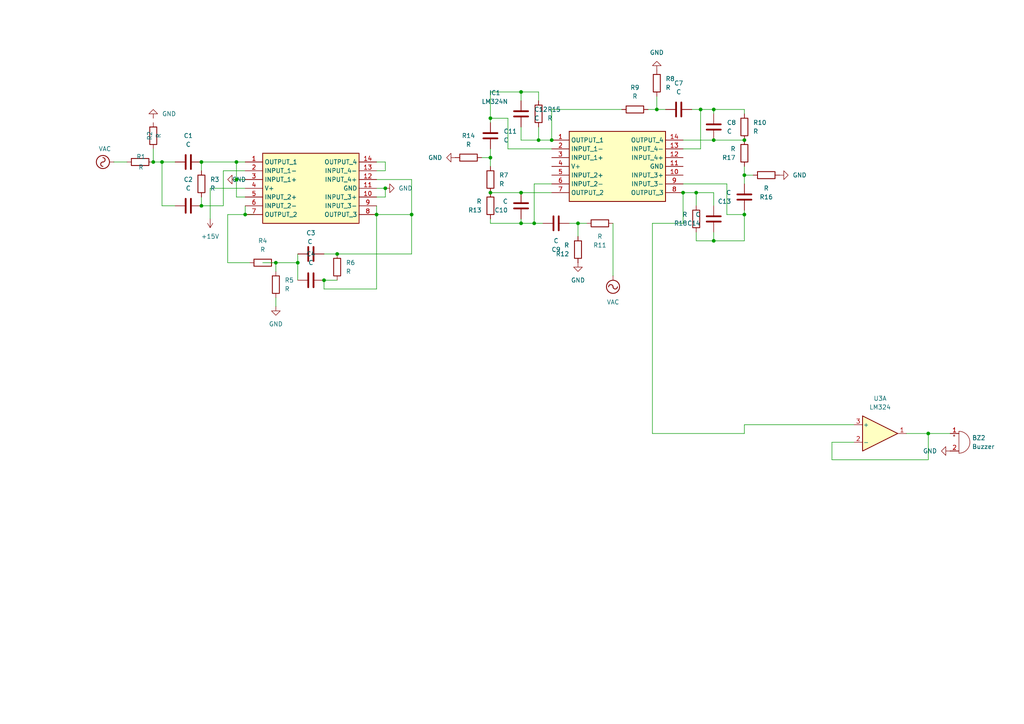
<source format=kicad_sch>
(kicad_sch
	(version 20250114)
	(generator "eeschema")
	(generator_version "9.0")
	(uuid "a392b4fc-b5c0-4dba-a9bc-77e56574a3bb")
	(paper "A4")
	(lib_symbols
		(symbol "Amplifier_Operational:LM324"
			(pin_names
				(offset 0.127)
			)
			(exclude_from_sim no)
			(in_bom yes)
			(on_board yes)
			(property "Reference" "U"
				(at 0 5.08 0)
				(effects
					(font
						(size 1.27 1.27)
					)
					(justify left)
				)
			)
			(property "Value" "LM324"
				(at 0 -5.08 0)
				(effects
					(font
						(size 1.27 1.27)
					)
					(justify left)
				)
			)
			(property "Footprint" ""
				(at -1.27 2.54 0)
				(effects
					(font
						(size 1.27 1.27)
					)
					(hide yes)
				)
			)
			(property "Datasheet" "http://www.ti.com/lit/ds/symlink/lm2902-n.pdf"
				(at 1.27 5.08 0)
				(effects
					(font
						(size 1.27 1.27)
					)
					(hide yes)
				)
			)
			(property "Description" "Low-Power, Quad-Operational Amplifiers, DIP-14/SOIC-14/SSOP-14"
				(at 0 0 0)
				(effects
					(font
						(size 1.27 1.27)
					)
					(hide yes)
				)
			)
			(property "ki_locked" ""
				(at 0 0 0)
				(effects
					(font
						(size 1.27 1.27)
					)
				)
			)
			(property "ki_keywords" "quad opamp"
				(at 0 0 0)
				(effects
					(font
						(size 1.27 1.27)
					)
					(hide yes)
				)
			)
			(property "ki_fp_filters" "SOIC*3.9x8.7mm*P1.27mm* DIP*W7.62mm* TSSOP*4.4x5mm*P0.65mm* SSOP*5.3x6.2mm*P0.65mm* MSOP*3x3mm*P0.5mm*"
				(at 0 0 0)
				(effects
					(font
						(size 1.27 1.27)
					)
					(hide yes)
				)
			)
			(symbol "LM324_1_1"
				(polyline
					(pts
						(xy -5.08 5.08) (xy 5.08 0) (xy -5.08 -5.08) (xy -5.08 5.08)
					)
					(stroke
						(width 0.254)
						(type default)
					)
					(fill
						(type background)
					)
				)
				(pin input line
					(at -7.62 2.54 0)
					(length 2.54)
					(name "+"
						(effects
							(font
								(size 1.27 1.27)
							)
						)
					)
					(number "3"
						(effects
							(font
								(size 1.27 1.27)
							)
						)
					)
				)
				(pin input line
					(at -7.62 -2.54 0)
					(length 2.54)
					(name "-"
						(effects
							(font
								(size 1.27 1.27)
							)
						)
					)
					(number "2"
						(effects
							(font
								(size 1.27 1.27)
							)
						)
					)
				)
				(pin output line
					(at 7.62 0 180)
					(length 2.54)
					(name "~"
						(effects
							(font
								(size 1.27 1.27)
							)
						)
					)
					(number "1"
						(effects
							(font
								(size 1.27 1.27)
							)
						)
					)
				)
			)
			(symbol "LM324_2_1"
				(polyline
					(pts
						(xy -5.08 5.08) (xy 5.08 0) (xy -5.08 -5.08) (xy -5.08 5.08)
					)
					(stroke
						(width 0.254)
						(type default)
					)
					(fill
						(type background)
					)
				)
				(pin input line
					(at -7.62 2.54 0)
					(length 2.54)
					(name "+"
						(effects
							(font
								(size 1.27 1.27)
							)
						)
					)
					(number "5"
						(effects
							(font
								(size 1.27 1.27)
							)
						)
					)
				)
				(pin input line
					(at -7.62 -2.54 0)
					(length 2.54)
					(name "-"
						(effects
							(font
								(size 1.27 1.27)
							)
						)
					)
					(number "6"
						(effects
							(font
								(size 1.27 1.27)
							)
						)
					)
				)
				(pin output line
					(at 7.62 0 180)
					(length 2.54)
					(name "~"
						(effects
							(font
								(size 1.27 1.27)
							)
						)
					)
					(number "7"
						(effects
							(font
								(size 1.27 1.27)
							)
						)
					)
				)
			)
			(symbol "LM324_3_1"
				(polyline
					(pts
						(xy -5.08 5.08) (xy 5.08 0) (xy -5.08 -5.08) (xy -5.08 5.08)
					)
					(stroke
						(width 0.254)
						(type default)
					)
					(fill
						(type background)
					)
				)
				(pin input line
					(at -7.62 2.54 0)
					(length 2.54)
					(name "+"
						(effects
							(font
								(size 1.27 1.27)
							)
						)
					)
					(number "10"
						(effects
							(font
								(size 1.27 1.27)
							)
						)
					)
				)
				(pin input line
					(at -7.62 -2.54 0)
					(length 2.54)
					(name "-"
						(effects
							(font
								(size 1.27 1.27)
							)
						)
					)
					(number "9"
						(effects
							(font
								(size 1.27 1.27)
							)
						)
					)
				)
				(pin output line
					(at 7.62 0 180)
					(length 2.54)
					(name "~"
						(effects
							(font
								(size 1.27 1.27)
							)
						)
					)
					(number "8"
						(effects
							(font
								(size 1.27 1.27)
							)
						)
					)
				)
			)
			(symbol "LM324_4_1"
				(polyline
					(pts
						(xy -5.08 5.08) (xy 5.08 0) (xy -5.08 -5.08) (xy -5.08 5.08)
					)
					(stroke
						(width 0.254)
						(type default)
					)
					(fill
						(type background)
					)
				)
				(pin input line
					(at -7.62 2.54 0)
					(length 2.54)
					(name "+"
						(effects
							(font
								(size 1.27 1.27)
							)
						)
					)
					(number "12"
						(effects
							(font
								(size 1.27 1.27)
							)
						)
					)
				)
				(pin input line
					(at -7.62 -2.54 0)
					(length 2.54)
					(name "-"
						(effects
							(font
								(size 1.27 1.27)
							)
						)
					)
					(number "13"
						(effects
							(font
								(size 1.27 1.27)
							)
						)
					)
				)
				(pin output line
					(at 7.62 0 180)
					(length 2.54)
					(name "~"
						(effects
							(font
								(size 1.27 1.27)
							)
						)
					)
					(number "14"
						(effects
							(font
								(size 1.27 1.27)
							)
						)
					)
				)
			)
			(symbol "LM324_5_1"
				(pin power_in line
					(at -2.54 7.62 270)
					(length 3.81)
					(name "V+"
						(effects
							(font
								(size 1.27 1.27)
							)
						)
					)
					(number "4"
						(effects
							(font
								(size 1.27 1.27)
							)
						)
					)
				)
				(pin power_in line
					(at -2.54 -7.62 90)
					(length 3.81)
					(name "V-"
						(effects
							(font
								(size 1.27 1.27)
							)
						)
					)
					(number "11"
						(effects
							(font
								(size 1.27 1.27)
							)
						)
					)
				)
			)
			(embedded_fonts no)
		)
		(symbol "Device:Buzzer"
			(pin_names
				(offset 0.0254)
				(hide yes)
			)
			(exclude_from_sim no)
			(in_bom yes)
			(on_board yes)
			(property "Reference" "BZ"
				(at 3.81 1.27 0)
				(effects
					(font
						(size 1.27 1.27)
					)
					(justify left)
				)
			)
			(property "Value" "Buzzer"
				(at 3.81 -1.27 0)
				(effects
					(font
						(size 1.27 1.27)
					)
					(justify left)
				)
			)
			(property "Footprint" ""
				(at -0.635 2.54 90)
				(effects
					(font
						(size 1.27 1.27)
					)
					(hide yes)
				)
			)
			(property "Datasheet" "~"
				(at -0.635 2.54 90)
				(effects
					(font
						(size 1.27 1.27)
					)
					(hide yes)
				)
			)
			(property "Description" "Buzzer, polarized"
				(at 0 0 0)
				(effects
					(font
						(size 1.27 1.27)
					)
					(hide yes)
				)
			)
			(property "ki_keywords" "quartz resonator ceramic"
				(at 0 0 0)
				(effects
					(font
						(size 1.27 1.27)
					)
					(hide yes)
				)
			)
			(property "ki_fp_filters" "*Buzzer*"
				(at 0 0 0)
				(effects
					(font
						(size 1.27 1.27)
					)
					(hide yes)
				)
			)
			(symbol "Buzzer_0_1"
				(polyline
					(pts
						(xy -1.651 1.905) (xy -1.143 1.905)
					)
					(stroke
						(width 0)
						(type default)
					)
					(fill
						(type none)
					)
				)
				(polyline
					(pts
						(xy -1.397 2.159) (xy -1.397 1.651)
					)
					(stroke
						(width 0)
						(type default)
					)
					(fill
						(type none)
					)
				)
				(arc
					(start 0 3.175)
					(mid 3.1612 0)
					(end 0 -3.175)
					(stroke
						(width 0)
						(type default)
					)
					(fill
						(type none)
					)
				)
				(polyline
					(pts
						(xy 0 3.175) (xy 0 -3.175)
					)
					(stroke
						(width 0)
						(type default)
					)
					(fill
						(type none)
					)
				)
			)
			(symbol "Buzzer_1_1"
				(pin passive line
					(at -2.54 2.54 0)
					(length 2.54)
					(name "+"
						(effects
							(font
								(size 1.27 1.27)
							)
						)
					)
					(number "1"
						(effects
							(font
								(size 1.27 1.27)
							)
						)
					)
				)
				(pin passive line
					(at -2.54 -2.54 0)
					(length 2.54)
					(name "-"
						(effects
							(font
								(size 1.27 1.27)
							)
						)
					)
					(number "2"
						(effects
							(font
								(size 1.27 1.27)
							)
						)
					)
				)
			)
			(embedded_fonts no)
		)
		(symbol "Device:C"
			(pin_numbers
				(hide yes)
			)
			(pin_names
				(offset 0.254)
			)
			(exclude_from_sim no)
			(in_bom yes)
			(on_board yes)
			(property "Reference" "C"
				(at 0.635 2.54 0)
				(effects
					(font
						(size 1.27 1.27)
					)
					(justify left)
				)
			)
			(property "Value" "C"
				(at 0.635 -2.54 0)
				(effects
					(font
						(size 1.27 1.27)
					)
					(justify left)
				)
			)
			(property "Footprint" ""
				(at 0.9652 -3.81 0)
				(effects
					(font
						(size 1.27 1.27)
					)
					(hide yes)
				)
			)
			(property "Datasheet" "~"
				(at 0 0 0)
				(effects
					(font
						(size 1.27 1.27)
					)
					(hide yes)
				)
			)
			(property "Description" "Unpolarized capacitor"
				(at 0 0 0)
				(effects
					(font
						(size 1.27 1.27)
					)
					(hide yes)
				)
			)
			(property "ki_keywords" "cap capacitor"
				(at 0 0 0)
				(effects
					(font
						(size 1.27 1.27)
					)
					(hide yes)
				)
			)
			(property "ki_fp_filters" "C_*"
				(at 0 0 0)
				(effects
					(font
						(size 1.27 1.27)
					)
					(hide yes)
				)
			)
			(symbol "C_0_1"
				(polyline
					(pts
						(xy -2.032 0.762) (xy 2.032 0.762)
					)
					(stroke
						(width 0.508)
						(type default)
					)
					(fill
						(type none)
					)
				)
				(polyline
					(pts
						(xy -2.032 -0.762) (xy 2.032 -0.762)
					)
					(stroke
						(width 0.508)
						(type default)
					)
					(fill
						(type none)
					)
				)
			)
			(symbol "C_1_1"
				(pin passive line
					(at 0 3.81 270)
					(length 2.794)
					(name "~"
						(effects
							(font
								(size 1.27 1.27)
							)
						)
					)
					(number "1"
						(effects
							(font
								(size 1.27 1.27)
							)
						)
					)
				)
				(pin passive line
					(at 0 -3.81 90)
					(length 2.794)
					(name "~"
						(effects
							(font
								(size 1.27 1.27)
							)
						)
					)
					(number "2"
						(effects
							(font
								(size 1.27 1.27)
							)
						)
					)
				)
			)
			(embedded_fonts no)
		)
		(symbol "Device:R"
			(pin_numbers
				(hide yes)
			)
			(pin_names
				(offset 0)
			)
			(exclude_from_sim no)
			(in_bom yes)
			(on_board yes)
			(property "Reference" "R"
				(at 2.032 0 90)
				(effects
					(font
						(size 1.27 1.27)
					)
				)
			)
			(property "Value" "R"
				(at 0 0 90)
				(effects
					(font
						(size 1.27 1.27)
					)
				)
			)
			(property "Footprint" ""
				(at -1.778 0 90)
				(effects
					(font
						(size 1.27 1.27)
					)
					(hide yes)
				)
			)
			(property "Datasheet" "~"
				(at 0 0 0)
				(effects
					(font
						(size 1.27 1.27)
					)
					(hide yes)
				)
			)
			(property "Description" "Resistor"
				(at 0 0 0)
				(effects
					(font
						(size 1.27 1.27)
					)
					(hide yes)
				)
			)
			(property "ki_keywords" "R res resistor"
				(at 0 0 0)
				(effects
					(font
						(size 1.27 1.27)
					)
					(hide yes)
				)
			)
			(property "ki_fp_filters" "R_*"
				(at 0 0 0)
				(effects
					(font
						(size 1.27 1.27)
					)
					(hide yes)
				)
			)
			(symbol "R_0_1"
				(rectangle
					(start -1.016 -2.54)
					(end 1.016 2.54)
					(stroke
						(width 0.254)
						(type default)
					)
					(fill
						(type none)
					)
				)
			)
			(symbol "R_1_1"
				(pin passive line
					(at 0 3.81 270)
					(length 1.27)
					(name "~"
						(effects
							(font
								(size 1.27 1.27)
							)
						)
					)
					(number "1"
						(effects
							(font
								(size 1.27 1.27)
							)
						)
					)
				)
				(pin passive line
					(at 0 -3.81 90)
					(length 1.27)
					(name "~"
						(effects
							(font
								(size 1.27 1.27)
							)
						)
					)
					(number "2"
						(effects
							(font
								(size 1.27 1.27)
							)
						)
					)
				)
			)
			(embedded_fonts no)
		)
		(symbol "New_Library:LM324N"
			(exclude_from_sim no)
			(in_bom yes)
			(on_board yes)
			(property "Reference" "IC"
				(at 34.29 7.62 0)
				(effects
					(font
						(size 1.27 1.27)
					)
					(justify left top)
				)
			)
			(property "Value" "LM324N"
				(at 34.29 5.08 0)
				(effects
					(font
						(size 1.27 1.27)
					)
					(justify left top)
				)
			)
			(property "Footprint" "DIP794W56P254L1905H533Q14N"
				(at 34.29 -94.92 0)
				(effects
					(font
						(size 1.27 1.27)
					)
					(justify left top)
					(hide yes)
				)
			)
			(property "Datasheet" "http://www.ti.com/lit/ds/symlink/lm324-n.pdf"
				(at 34.29 -194.92 0)
				(effects
					(font
						(size 1.27 1.27)
					)
					(justify left top)
					(hide yes)
				)
			)
			(property "Description" "OP Amp Quad GP 16V/32V 14-Pin PDIP Texas Instruments LM324N, Quad Op Amp, 1.2MHz, 5-28 V, 14-Pin PDIP"
				(at 0 0 0)
				(effects
					(font
						(size 1.27 1.27)
					)
					(hide yes)
				)
			)
			(property "Height" "5.334"
				(at 34.29 -394.92 0)
				(effects
					(font
						(size 1.27 1.27)
					)
					(justify left top)
					(hide yes)
				)
			)
			(property "Mouser Part Number" "595-LM324N"
				(at 34.29 -494.92 0)
				(effects
					(font
						(size 1.27 1.27)
					)
					(justify left top)
					(hide yes)
				)
			)
			(property "Mouser Price/Stock" "https://www.mouser.co.uk/ProductDetail/Texas-Instruments/LM324N?qs=VolsR0DjNPqtt3qB38bTqw%3D%3D"
				(at 34.29 -594.92 0)
				(effects
					(font
						(size 1.27 1.27)
					)
					(justify left top)
					(hide yes)
				)
			)
			(property "Manufacturer_Name" "Texas Instruments"
				(at 34.29 -694.92 0)
				(effects
					(font
						(size 1.27 1.27)
					)
					(justify left top)
					(hide yes)
				)
			)
			(property "Manufacturer_Part_Number" "LM324N"
				(at 34.29 -794.92 0)
				(effects
					(font
						(size 1.27 1.27)
					)
					(justify left top)
					(hide yes)
				)
			)
			(symbol "LM324N_1_1"
				(rectangle
					(start 5.08 2.54)
					(end 33.02 -17.78)
					(stroke
						(width 0.254)
						(type default)
					)
					(fill
						(type background)
					)
				)
				(pin passive line
					(at 0 0 0)
					(length 5.08)
					(name "OUTPUT_1"
						(effects
							(font
								(size 1.27 1.27)
							)
						)
					)
					(number "1"
						(effects
							(font
								(size 1.27 1.27)
							)
						)
					)
				)
				(pin passive line
					(at 0 -2.54 0)
					(length 5.08)
					(name "INPUT_1-"
						(effects
							(font
								(size 1.27 1.27)
							)
						)
					)
					(number "2"
						(effects
							(font
								(size 1.27 1.27)
							)
						)
					)
				)
				(pin passive line
					(at 0 -5.08 0)
					(length 5.08)
					(name "INPUT_1+"
						(effects
							(font
								(size 1.27 1.27)
							)
						)
					)
					(number "3"
						(effects
							(font
								(size 1.27 1.27)
							)
						)
					)
				)
				(pin passive line
					(at 0 -7.62 0)
					(length 5.08)
					(name "V+"
						(effects
							(font
								(size 1.27 1.27)
							)
						)
					)
					(number "4"
						(effects
							(font
								(size 1.27 1.27)
							)
						)
					)
				)
				(pin passive line
					(at 0 -10.16 0)
					(length 5.08)
					(name "INPUT_2+"
						(effects
							(font
								(size 1.27 1.27)
							)
						)
					)
					(number "5"
						(effects
							(font
								(size 1.27 1.27)
							)
						)
					)
				)
				(pin passive line
					(at 0 -12.7 0)
					(length 5.08)
					(name "INPUT_2-"
						(effects
							(font
								(size 1.27 1.27)
							)
						)
					)
					(number "6"
						(effects
							(font
								(size 1.27 1.27)
							)
						)
					)
				)
				(pin passive line
					(at 0 -15.24 0)
					(length 5.08)
					(name "OUTPUT_2"
						(effects
							(font
								(size 1.27 1.27)
							)
						)
					)
					(number "7"
						(effects
							(font
								(size 1.27 1.27)
							)
						)
					)
				)
				(pin passive line
					(at 38.1 0 180)
					(length 5.08)
					(name "OUTPUT_4"
						(effects
							(font
								(size 1.27 1.27)
							)
						)
					)
					(number "14"
						(effects
							(font
								(size 1.27 1.27)
							)
						)
					)
				)
				(pin passive line
					(at 38.1 -2.54 180)
					(length 5.08)
					(name "INPUT_4-"
						(effects
							(font
								(size 1.27 1.27)
							)
						)
					)
					(number "13"
						(effects
							(font
								(size 1.27 1.27)
							)
						)
					)
				)
				(pin passive line
					(at 38.1 -5.08 180)
					(length 5.08)
					(name "INPUT_4+"
						(effects
							(font
								(size 1.27 1.27)
							)
						)
					)
					(number "12"
						(effects
							(font
								(size 1.27 1.27)
							)
						)
					)
				)
				(pin passive line
					(at 38.1 -7.62 180)
					(length 5.08)
					(name "GND"
						(effects
							(font
								(size 1.27 1.27)
							)
						)
					)
					(number "11"
						(effects
							(font
								(size 1.27 1.27)
							)
						)
					)
				)
				(pin passive line
					(at 38.1 -10.16 180)
					(length 5.08)
					(name "INPUT_3+"
						(effects
							(font
								(size 1.27 1.27)
							)
						)
					)
					(number "10"
						(effects
							(font
								(size 1.27 1.27)
							)
						)
					)
				)
				(pin passive line
					(at 38.1 -12.7 180)
					(length 5.08)
					(name "INPUT_3-"
						(effects
							(font
								(size 1.27 1.27)
							)
						)
					)
					(number "9"
						(effects
							(font
								(size 1.27 1.27)
							)
						)
					)
				)
				(pin passive line
					(at 38.1 -15.24 180)
					(length 5.08)
					(name "OUTPUT_3"
						(effects
							(font
								(size 1.27 1.27)
							)
						)
					)
					(number "8"
						(effects
							(font
								(size 1.27 1.27)
							)
						)
					)
				)
			)
			(embedded_fonts no)
		)
		(symbol "power:+15V"
			(power)
			(pin_numbers
				(hide yes)
			)
			(pin_names
				(offset 0)
				(hide yes)
			)
			(exclude_from_sim no)
			(in_bom yes)
			(on_board yes)
			(property "Reference" "#PWR"
				(at 0 -3.81 0)
				(effects
					(font
						(size 1.27 1.27)
					)
					(hide yes)
				)
			)
			(property "Value" "+15V"
				(at 0 3.556 0)
				(effects
					(font
						(size 1.27 1.27)
					)
				)
			)
			(property "Footprint" ""
				(at 0 0 0)
				(effects
					(font
						(size 1.27 1.27)
					)
					(hide yes)
				)
			)
			(property "Datasheet" ""
				(at 0 0 0)
				(effects
					(font
						(size 1.27 1.27)
					)
					(hide yes)
				)
			)
			(property "Description" "Power symbol creates a global label with name \"+15V\""
				(at 0 0 0)
				(effects
					(font
						(size 1.27 1.27)
					)
					(hide yes)
				)
			)
			(property "ki_keywords" "global power"
				(at 0 0 0)
				(effects
					(font
						(size 1.27 1.27)
					)
					(hide yes)
				)
			)
			(symbol "+15V_0_1"
				(polyline
					(pts
						(xy -0.762 1.27) (xy 0 2.54)
					)
					(stroke
						(width 0)
						(type default)
					)
					(fill
						(type none)
					)
				)
				(polyline
					(pts
						(xy 0 2.54) (xy 0.762 1.27)
					)
					(stroke
						(width 0)
						(type default)
					)
					(fill
						(type none)
					)
				)
				(polyline
					(pts
						(xy 0 0) (xy 0 2.54)
					)
					(stroke
						(width 0)
						(type default)
					)
					(fill
						(type none)
					)
				)
			)
			(symbol "+15V_1_1"
				(pin power_in line
					(at 0 0 90)
					(length 0)
					(name "~"
						(effects
							(font
								(size 1.27 1.27)
							)
						)
					)
					(number "1"
						(effects
							(font
								(size 1.27 1.27)
							)
						)
					)
				)
			)
			(embedded_fonts no)
		)
		(symbol "power:GND"
			(power)
			(pin_numbers
				(hide yes)
			)
			(pin_names
				(offset 0)
				(hide yes)
			)
			(exclude_from_sim no)
			(in_bom yes)
			(on_board yes)
			(property "Reference" "#PWR"
				(at 0 -6.35 0)
				(effects
					(font
						(size 1.27 1.27)
					)
					(hide yes)
				)
			)
			(property "Value" "GND"
				(at 0 -3.81 0)
				(effects
					(font
						(size 1.27 1.27)
					)
				)
			)
			(property "Footprint" ""
				(at 0 0 0)
				(effects
					(font
						(size 1.27 1.27)
					)
					(hide yes)
				)
			)
			(property "Datasheet" ""
				(at 0 0 0)
				(effects
					(font
						(size 1.27 1.27)
					)
					(hide yes)
				)
			)
			(property "Description" "Power symbol creates a global label with name \"GND\" , ground"
				(at 0 0 0)
				(effects
					(font
						(size 1.27 1.27)
					)
					(hide yes)
				)
			)
			(property "ki_keywords" "global power"
				(at 0 0 0)
				(effects
					(font
						(size 1.27 1.27)
					)
					(hide yes)
				)
			)
			(symbol "GND_0_1"
				(polyline
					(pts
						(xy 0 0) (xy 0 -1.27) (xy 1.27 -1.27) (xy 0 -2.54) (xy -1.27 -1.27) (xy 0 -1.27)
					)
					(stroke
						(width 0)
						(type default)
					)
					(fill
						(type none)
					)
				)
			)
			(symbol "GND_1_1"
				(pin power_in line
					(at 0 0 270)
					(length 0)
					(name "~"
						(effects
							(font
								(size 1.27 1.27)
							)
						)
					)
					(number "1"
						(effects
							(font
								(size 1.27 1.27)
							)
						)
					)
				)
			)
			(embedded_fonts no)
		)
		(symbol "power:VAC"
			(power)
			(pin_numbers
				(hide yes)
			)
			(pin_names
				(offset 0)
				(hide yes)
			)
			(exclude_from_sim no)
			(in_bom yes)
			(on_board yes)
			(property "Reference" "#PWR"
				(at 0 -2.54 0)
				(effects
					(font
						(size 1.27 1.27)
					)
					(hide yes)
				)
			)
			(property "Value" "VAC"
				(at 0 6.35 0)
				(effects
					(font
						(size 1.27 1.27)
					)
				)
			)
			(property "Footprint" ""
				(at 0 0 0)
				(effects
					(font
						(size 1.27 1.27)
					)
					(hide yes)
				)
			)
			(property "Datasheet" ""
				(at 0 0 0)
				(effects
					(font
						(size 1.27 1.27)
					)
					(hide yes)
				)
			)
			(property "Description" "Power symbol creates a global label with name \"VAC\""
				(at 0 0 0)
				(effects
					(font
						(size 1.27 1.27)
					)
					(hide yes)
				)
			)
			(property "ki_keywords" "global power"
				(at 0 0 0)
				(effects
					(font
						(size 1.27 1.27)
					)
					(hide yes)
				)
			)
			(symbol "VAC_0_1"
				(arc
					(start -1.27 3.175)
					(mid -0.635 3.8073)
					(end 0 3.175)
					(stroke
						(width 0.254)
						(type default)
					)
					(fill
						(type none)
					)
				)
				(circle
					(center 0 3.175)
					(radius 1.905)
					(stroke
						(width 0.254)
						(type default)
					)
					(fill
						(type none)
					)
				)
				(polyline
					(pts
						(xy 0 0) (xy 0 1.27)
					)
					(stroke
						(width 0)
						(type default)
					)
					(fill
						(type none)
					)
				)
				(arc
					(start 1.27 3.175)
					(mid 0.635 2.5427)
					(end 0 3.175)
					(stroke
						(width 0.254)
						(type default)
					)
					(fill
						(type none)
					)
				)
			)
			(symbol "VAC_1_1"
				(pin power_in line
					(at 0 0 90)
					(length 0)
					(name "~"
						(effects
							(font
								(size 1.27 1.27)
							)
						)
					)
					(number "1"
						(effects
							(font
								(size 1.27 1.27)
							)
						)
					)
				)
			)
			(embedded_fonts no)
		)
	)
	(junction
		(at 151.13 55.88)
		(diameter 0)
		(color 0 0 0 0)
		(uuid "0064d86a-e80e-4a75-977d-27e211b127f8")
	)
	(junction
		(at 207.01 31.75)
		(diameter 0)
		(color 0 0 0 0)
		(uuid "03780a54-33e4-4baa-9d43-05a9e18d32c8")
	)
	(junction
		(at 269.24 125.73)
		(diameter 0)
		(color 0 0 0 0)
		(uuid "083a49fd-844a-458f-901b-a3dad4068f61")
	)
	(junction
		(at 142.24 45.72)
		(diameter 0)
		(color 0 0 0 0)
		(uuid "1c347794-26f3-4814-b170-a2eb8dd00ec1")
	)
	(junction
		(at 207.01 69.85)
		(diameter 0)
		(color 0 0 0 0)
		(uuid "1fea2a0c-4833-4d58-9675-37cae554c97b")
	)
	(junction
		(at 46.99 46.99)
		(diameter 0)
		(color 0 0 0 0)
		(uuid "23ecfe60-a5ad-4881-bd5a-9303e8ad53c1")
	)
	(junction
		(at 154.94 64.77)
		(diameter 0)
		(color 0 0 0 0)
		(uuid "2ef26628-01dd-4a88-a157-e395a45a23d6")
	)
	(junction
		(at 203.2 31.75)
		(diameter 0)
		(color 0 0 0 0)
		(uuid "32888563-07e0-45c8-9a68-258de70605d0")
	)
	(junction
		(at 198.12 55.88)
		(diameter 0)
		(color 0 0 0 0)
		(uuid "48b68231-a200-44e0-9f1c-4ac3a17eeea4")
	)
	(junction
		(at 68.58 46.99)
		(diameter 0)
		(color 0 0 0 0)
		(uuid "4f425cbe-ceca-47b8-ba19-af9593009e9b")
	)
	(junction
		(at 142.24 55.88)
		(diameter 0)
		(color 0 0 0 0)
		(uuid "680cfc15-0e49-4437-9962-58536a65b571")
	)
	(junction
		(at 190.5 31.75)
		(diameter 0)
		(color 0 0 0 0)
		(uuid "743d73ba-756f-4591-bdb6-a17e852b97ef")
	)
	(junction
		(at 111.76 54.61)
		(diameter 0)
		(color 0 0 0 0)
		(uuid "7dff4bd3-d610-427f-b2d5-b0097ac54109")
	)
	(junction
		(at 142.24 34.29)
		(diameter 0)
		(color 0 0 0 0)
		(uuid "9430f8a3-b500-4e73-acaf-465918f89a33")
	)
	(junction
		(at 160.02 40.64)
		(diameter 0)
		(color 0 0 0 0)
		(uuid "961eb57e-0dac-447a-a28d-826eaac1d323")
	)
	(junction
		(at 58.42 46.99)
		(diameter 0)
		(color 0 0 0 0)
		(uuid "9dbe2afc-9c62-49ec-8fe8-76c53ba3a1d7")
	)
	(junction
		(at 93.98 81.28)
		(diameter 0)
		(color 0 0 0 0)
		(uuid "9eb43d50-3c44-46b1-a14c-0ce181b9f1b6")
	)
	(junction
		(at 71.12 62.23)
		(diameter 0)
		(color 0 0 0 0)
		(uuid "a9fbdcbf-c232-4cd5-b567-ae939d031bd8")
	)
	(junction
		(at 80.01 76.2)
		(diameter 0)
		(color 0 0 0 0)
		(uuid "ab5b5018-8d76-4dec-b2d0-440edb211a9d")
	)
	(junction
		(at 97.79 73.66)
		(diameter 0)
		(color 0 0 0 0)
		(uuid "b23ee300-16b7-4f9f-9976-e504db621e0d")
	)
	(junction
		(at 167.64 64.77)
		(diameter 0)
		(color 0 0 0 0)
		(uuid "b8bdba1a-bfdd-4ee1-9c5f-a009f947de7d")
	)
	(junction
		(at 119.38 62.23)
		(diameter 0)
		(color 0 0 0 0)
		(uuid "b923f47b-34cd-4d85-92ed-093bc394dd2f")
	)
	(junction
		(at 215.9 40.64)
		(diameter 0)
		(color 0 0 0 0)
		(uuid "ba8cd4dd-e4c8-4c72-83ef-e8f300e23b0b")
	)
	(junction
		(at 207.01 40.64)
		(diameter 0)
		(color 0 0 0 0)
		(uuid "bed45a3e-f88f-4aa0-95ea-23983a1bbf03")
	)
	(junction
		(at 109.22 62.23)
		(diameter 0)
		(color 0 0 0 0)
		(uuid "c43f9483-f483-48bd-addc-04fea4ee73f7")
	)
	(junction
		(at 151.13 64.77)
		(diameter 0)
		(color 0 0 0 0)
		(uuid "c8e60405-b610-4865-8148-0c3e5afc3944")
	)
	(junction
		(at 151.13 26.67)
		(diameter 0)
		(color 0 0 0 0)
		(uuid "d7b4acc5-f037-494a-b567-9bee52958725")
	)
	(junction
		(at 44.45 46.99)
		(diameter 0)
		(color 0 0 0 0)
		(uuid "dd537e90-2b2c-4b65-8cad-6837e4ddf54a")
	)
	(junction
		(at 68.58 52.07)
		(diameter 0)
		(color 0 0 0 0)
		(uuid "df6df73d-7da8-43fc-97f1-3b8ac67cba7a")
	)
	(junction
		(at 156.21 40.64)
		(diameter 0)
		(color 0 0 0 0)
		(uuid "e668551b-d153-4a88-a026-3a61468f616b")
	)
	(junction
		(at 215.9 62.23)
		(diameter 0)
		(color 0 0 0 0)
		(uuid "e87f9092-1f23-4966-b995-c895dd31dbc5")
	)
	(junction
		(at 86.36 76.2)
		(diameter 0)
		(color 0 0 0 0)
		(uuid "ec8d417e-6744-4d54-90fe-365f068671d9")
	)
	(junction
		(at 201.93 55.88)
		(diameter 0)
		(color 0 0 0 0)
		(uuid "f140a206-1232-4c88-b537-6251c04e3c73")
	)
	(junction
		(at 58.42 59.69)
		(diameter 0)
		(color 0 0 0 0)
		(uuid "f2309013-7a7b-478f-8b33-1769c181b319")
	)
	(junction
		(at 215.9 50.8)
		(diameter 0)
		(color 0 0 0 0)
		(uuid "f32660b2-5947-487b-baa0-4c4409e95160")
	)
	(wire
		(pts
			(xy 111.76 54.61) (xy 111.76 57.15)
		)
		(stroke
			(width 0)
			(type default)
		)
		(uuid "027bded5-273e-43f9-893f-66f0efd91dc6")
	)
	(wire
		(pts
			(xy 215.9 53.34) (xy 215.9 50.8)
		)
		(stroke
			(width 0)
			(type default)
		)
		(uuid "03cde555-b2e5-4270-9608-f987468ff448")
	)
	(wire
		(pts
			(xy 109.22 57.15) (xy 111.76 57.15)
		)
		(stroke
			(width 0)
			(type default)
		)
		(uuid "06f78019-bb6d-4136-b221-8dd7f17e9132")
	)
	(wire
		(pts
			(xy 207.01 69.85) (xy 207.01 67.31)
		)
		(stroke
			(width 0)
			(type default)
		)
		(uuid "08f616d5-4c8c-4085-a590-238cfeeefb7d")
	)
	(wire
		(pts
			(xy 189.23 64.77) (xy 189.23 125.73)
		)
		(stroke
			(width 0)
			(type default)
		)
		(uuid "096d72be-9f0e-43ce-88e5-66d3275634b5")
	)
	(wire
		(pts
			(xy 160.02 55.88) (xy 151.13 55.88)
		)
		(stroke
			(width 0)
			(type default)
		)
		(uuid "0aa8da5a-d228-4847-8f74-7099c2e33e5b")
	)
	(wire
		(pts
			(xy 198.12 43.18) (xy 203.2 43.18)
		)
		(stroke
			(width 0)
			(type default)
		)
		(uuid "0df52a39-4539-4fdb-8e0c-d490f42bef14")
	)
	(wire
		(pts
			(xy 109.22 54.61) (xy 111.76 54.61)
		)
		(stroke
			(width 0)
			(type default)
		)
		(uuid "0e2861f7-bf1f-45f3-8cd0-7866c0c4bdc3")
	)
	(wire
		(pts
			(xy 142.24 34.29) (xy 142.24 35.56)
		)
		(stroke
			(width 0)
			(type default)
		)
		(uuid "0f325b12-0b88-4f2b-ba3f-a34cf8236209")
	)
	(wire
		(pts
			(xy 160.02 31.75) (xy 180.34 31.75)
		)
		(stroke
			(width 0)
			(type default)
		)
		(uuid "12d8141f-f4b0-48ee-8e6c-9a6711039c4c")
	)
	(wire
		(pts
			(xy 151.13 26.67) (xy 151.13 29.21)
		)
		(stroke
			(width 0)
			(type default)
		)
		(uuid "16e1d199-b1fc-4862-a215-2feeaf43374d")
	)
	(wire
		(pts
			(xy 203.2 31.75) (xy 203.2 43.18)
		)
		(stroke
			(width 0)
			(type default)
		)
		(uuid "1711f6b4-8541-4f94-9ff4-8c481d534429")
	)
	(wire
		(pts
			(xy 64.77 59.69) (xy 64.77 49.53)
		)
		(stroke
			(width 0)
			(type default)
		)
		(uuid "1907f8c3-6b9d-46b1-9c59-6f4c58b80dc9")
	)
	(wire
		(pts
			(xy 189.23 64.77) (xy 198.12 64.77)
		)
		(stroke
			(width 0)
			(type default)
		)
		(uuid "19411ba2-556d-4e69-abfa-272df6343e07")
	)
	(wire
		(pts
			(xy 190.5 27.94) (xy 190.5 31.75)
		)
		(stroke
			(width 0)
			(type default)
		)
		(uuid "224d4819-5dc0-4a06-8565-bd486953b900")
	)
	(wire
		(pts
			(xy 160.02 53.34) (xy 154.94 53.34)
		)
		(stroke
			(width 0)
			(type default)
		)
		(uuid "227097ec-362c-4891-bb7a-a019639cb4bf")
	)
	(wire
		(pts
			(xy 167.64 68.58) (xy 167.64 64.77)
		)
		(stroke
			(width 0)
			(type default)
		)
		(uuid "262ff988-33b5-4e88-8587-45d352e12c09")
	)
	(wire
		(pts
			(xy 80.01 76.2) (xy 86.36 76.2)
		)
		(stroke
			(width 0)
			(type default)
		)
		(uuid "282e27a4-c555-4553-b57e-a85101489c8a")
	)
	(wire
		(pts
			(xy 207.01 59.69) (xy 207.01 55.88)
		)
		(stroke
			(width 0)
			(type default)
		)
		(uuid "2a14532a-7820-4eec-94e8-03ac3f98cb43")
	)
	(wire
		(pts
			(xy 167.64 64.77) (xy 165.1 64.77)
		)
		(stroke
			(width 0)
			(type default)
		)
		(uuid "2cf41a26-0e6b-427a-8843-e385db5f3a4c")
	)
	(wire
		(pts
			(xy 154.94 64.77) (xy 154.94 53.34)
		)
		(stroke
			(width 0)
			(type default)
		)
		(uuid "31960dfc-96af-4827-a464-aa98158473a3")
	)
	(wire
		(pts
			(xy 207.01 55.88) (xy 201.93 55.88)
		)
		(stroke
			(width 0)
			(type default)
		)
		(uuid "31a933dc-c658-457a-9f60-4ed2d603d8cd")
	)
	(wire
		(pts
			(xy 58.42 57.15) (xy 58.42 59.69)
		)
		(stroke
			(width 0)
			(type default)
		)
		(uuid "349d9c01-b8d2-4244-ba15-3e31632dc0b1")
	)
	(wire
		(pts
			(xy 119.38 62.23) (xy 119.38 73.66)
		)
		(stroke
			(width 0)
			(type default)
		)
		(uuid "35680a0f-2984-431d-a75d-fa1a4c121fa2")
	)
	(wire
		(pts
			(xy 119.38 62.23) (xy 109.22 62.23)
		)
		(stroke
			(width 0)
			(type default)
		)
		(uuid "3a6ec3f3-a2cc-42e6-aef7-b5533c909152")
	)
	(wire
		(pts
			(xy 151.13 64.77) (xy 151.13 63.5)
		)
		(stroke
			(width 0)
			(type default)
		)
		(uuid "3c55cfb5-bc9b-4cf4-bc61-46e1d8d1c700")
	)
	(wire
		(pts
			(xy 198.12 40.64) (xy 207.01 40.64)
		)
		(stroke
			(width 0)
			(type default)
		)
		(uuid "3d9de5e3-6a63-48a0-9973-ced38b463735")
	)
	(wire
		(pts
			(xy 203.2 31.75) (xy 207.01 31.75)
		)
		(stroke
			(width 0)
			(type default)
		)
		(uuid "439822e2-9bc9-425c-9cfa-833eae734946")
	)
	(wire
		(pts
			(xy 151.13 64.77) (xy 142.24 64.77)
		)
		(stroke
			(width 0)
			(type default)
		)
		(uuid "450a3a85-7044-4bfb-bbeb-9c7606ce8b97")
	)
	(wire
		(pts
			(xy 218.44 50.8) (xy 215.9 50.8)
		)
		(stroke
			(width 0)
			(type default)
		)
		(uuid "4513cb6b-21e3-4fb2-a004-68ba7d4ed2c1")
	)
	(wire
		(pts
			(xy 109.22 83.82) (xy 109.22 62.23)
		)
		(stroke
			(width 0)
			(type default)
		)
		(uuid "48b5952b-483d-491d-81bd-de53e879c470")
	)
	(wire
		(pts
			(xy 142.24 26.67) (xy 151.13 26.67)
		)
		(stroke
			(width 0)
			(type default)
		)
		(uuid "4c0b0e1d-84fe-4c64-a8d6-c902a40d6a95")
	)
	(wire
		(pts
			(xy 71.12 54.61) (xy 60.96 54.61)
		)
		(stroke
			(width 0)
			(type default)
		)
		(uuid "4ca23419-62a1-49bf-973c-d4567843fd7f")
	)
	(wire
		(pts
			(xy 269.24 125.73) (xy 275.59 125.73)
		)
		(stroke
			(width 0)
			(type default)
		)
		(uuid "4cae1c4e-4b90-4531-970e-ad0cb795bc8a")
	)
	(wire
		(pts
			(xy 109.22 46.99) (xy 111.76 46.99)
		)
		(stroke
			(width 0)
			(type default)
		)
		(uuid "4d897121-bba0-486d-ade2-6f96ac988fd1")
	)
	(wire
		(pts
			(xy 109.22 62.23) (xy 109.22 59.69)
		)
		(stroke
			(width 0)
			(type default)
		)
		(uuid "4e3a89f8-df02-4c91-a152-37196132cd00")
	)
	(wire
		(pts
			(xy 142.24 45.72) (xy 142.24 48.26)
		)
		(stroke
			(width 0)
			(type default)
		)
		(uuid "50deca95-b0f2-41c7-82e4-d2a382436f6c")
	)
	(wire
		(pts
			(xy 156.21 26.67) (xy 156.21 29.21)
		)
		(stroke
			(width 0)
			(type default)
		)
		(uuid "527a0001-e799-43f8-b9b8-de6cf923fb7f")
	)
	(wire
		(pts
			(xy 207.01 31.75) (xy 215.9 31.75)
		)
		(stroke
			(width 0)
			(type default)
		)
		(uuid "52806b8d-6f8a-468e-b9c4-3f6659353d5a")
	)
	(wire
		(pts
			(xy 215.9 125.73) (xy 215.9 123.19)
		)
		(stroke
			(width 0)
			(type default)
		)
		(uuid "532ef4d5-ebe7-45c4-b165-5517ff3995f5")
	)
	(wire
		(pts
			(xy 142.24 43.18) (xy 142.24 45.72)
		)
		(stroke
			(width 0)
			(type default)
		)
		(uuid "538d44d0-f742-46a3-9841-23193d5a7547")
	)
	(wire
		(pts
			(xy 71.12 62.23) (xy 66.04 62.23)
		)
		(stroke
			(width 0)
			(type default)
		)
		(uuid "54157b1e-3976-4abc-acfe-984526bc038c")
	)
	(wire
		(pts
			(xy 151.13 36.83) (xy 151.13 40.64)
		)
		(stroke
			(width 0)
			(type default)
		)
		(uuid "559e8416-2f6f-4f7a-961b-43c73a39d917")
	)
	(wire
		(pts
			(xy 80.01 76.2) (xy 80.01 78.74)
		)
		(stroke
			(width 0)
			(type default)
		)
		(uuid "5609c2d5-029b-4b26-8460-9d2346db5882")
	)
	(wire
		(pts
			(xy 147.32 34.29) (xy 147.32 43.18)
		)
		(stroke
			(width 0)
			(type default)
		)
		(uuid "5879f3c0-ad89-4012-8d32-4680aa4c2112")
	)
	(wire
		(pts
			(xy 215.9 50.8) (xy 215.9 48.26)
		)
		(stroke
			(width 0)
			(type default)
		)
		(uuid "5da41fa8-8042-447d-b4ed-ac67f24e26dc")
	)
	(wire
		(pts
			(xy 215.9 31.75) (xy 215.9 33.02)
		)
		(stroke
			(width 0)
			(type default)
		)
		(uuid "5f181191-189e-4d7d-9d35-930d41fdde58")
	)
	(wire
		(pts
			(xy 71.12 62.23) (xy 73.66 62.23)
		)
		(stroke
			(width 0)
			(type default)
		)
		(uuid "61a472a1-7d56-4a68-af07-9cf901b7e14c")
	)
	(wire
		(pts
			(xy 33.02 46.99) (xy 36.83 46.99)
		)
		(stroke
			(width 0)
			(type default)
		)
		(uuid "646dd4c7-bab7-4eaa-9d94-ad8942d96468")
	)
	(wire
		(pts
			(xy 66.04 62.23) (xy 66.04 76.2)
		)
		(stroke
			(width 0)
			(type default)
		)
		(uuid "6497b9af-57ee-4ee3-b949-ec667d7c3e4c")
	)
	(wire
		(pts
			(xy 44.45 43.18) (xy 44.45 46.99)
		)
		(stroke
			(width 0)
			(type default)
		)
		(uuid "6922f77e-3204-4b1a-a92c-b1ff0aa99d89")
	)
	(wire
		(pts
			(xy 187.96 31.75) (xy 190.5 31.75)
		)
		(stroke
			(width 0)
			(type default)
		)
		(uuid "6b694381-133e-4303-bf56-09eb37d5a4a2")
	)
	(wire
		(pts
			(xy 68.58 46.99) (xy 68.58 52.07)
		)
		(stroke
			(width 0)
			(type default)
		)
		(uuid "6df320a7-d469-4d07-bfd5-f1060b6d8cf6")
	)
	(wire
		(pts
			(xy 64.77 49.53) (xy 71.12 49.53)
		)
		(stroke
			(width 0)
			(type default)
		)
		(uuid "700e85fc-ff67-48a5-9ae3-2fda5bf8af73")
	)
	(wire
		(pts
			(xy 147.32 43.18) (xy 160.02 43.18)
		)
		(stroke
			(width 0)
			(type default)
		)
		(uuid "753a175b-0738-4dca-99bf-6eade56efb68")
	)
	(wire
		(pts
			(xy 109.22 49.53) (xy 111.76 49.53)
		)
		(stroke
			(width 0)
			(type default)
		)
		(uuid "76c95cef-c076-4486-89be-44e2dbe52287")
	)
	(wire
		(pts
			(xy 210.82 62.23) (xy 210.82 53.34)
		)
		(stroke
			(width 0)
			(type default)
		)
		(uuid "7961bc21-c880-4a6f-94b2-163d1028cbed")
	)
	(wire
		(pts
			(xy 68.58 57.15) (xy 71.12 57.15)
		)
		(stroke
			(width 0)
			(type default)
		)
		(uuid "79869881-9a8f-43c7-94cd-6ef2d5904852")
	)
	(wire
		(pts
			(xy 111.76 46.99) (xy 111.76 49.53)
		)
		(stroke
			(width 0)
			(type default)
		)
		(uuid "7e6198b7-6cae-45e4-9e0f-9288ff769df8")
	)
	(wire
		(pts
			(xy 58.42 59.69) (xy 64.77 59.69)
		)
		(stroke
			(width 0)
			(type default)
		)
		(uuid "7ebc9ef2-5d80-425a-ae43-714d74d736f3")
	)
	(wire
		(pts
			(xy 156.21 40.64) (xy 160.02 40.64)
		)
		(stroke
			(width 0)
			(type default)
		)
		(uuid "83c3e875-e0e7-4183-8444-f9ab3ae3c427")
	)
	(wire
		(pts
			(xy 71.12 59.69) (xy 71.12 62.23)
		)
		(stroke
			(width 0)
			(type default)
		)
		(uuid "86b81488-8099-47e9-a177-1cc13a0b8d67")
	)
	(wire
		(pts
			(xy 68.58 52.07) (xy 68.58 57.15)
		)
		(stroke
			(width 0)
			(type default)
		)
		(uuid "8728d2fe-2238-43bb-9010-30031da242a4")
	)
	(wire
		(pts
			(xy 119.38 62.23) (xy 119.38 52.07)
		)
		(stroke
			(width 0)
			(type default)
		)
		(uuid "8b6af292-5491-4e35-95a7-49f7dc4a2ca3")
	)
	(wire
		(pts
			(xy 156.21 36.83) (xy 156.21 40.64)
		)
		(stroke
			(width 0)
			(type default)
		)
		(uuid "8ce7337b-9fa8-47f0-b872-ac2e689ded72")
	)
	(wire
		(pts
			(xy 68.58 52.07) (xy 71.12 52.07)
		)
		(stroke
			(width 0)
			(type default)
		)
		(uuid "979fd89d-978a-4d03-9070-37f942210ffe")
	)
	(wire
		(pts
			(xy 241.3 133.35) (xy 269.24 133.35)
		)
		(stroke
			(width 0)
			(type default)
		)
		(uuid "9ddda6ef-6a5e-4324-a7ef-648daaf3cde0")
	)
	(wire
		(pts
			(xy 93.98 73.66) (xy 97.79 73.66)
		)
		(stroke
			(width 0)
			(type default)
		)
		(uuid "9e27b921-2b81-45c7-bd2b-aa95bab50399")
	)
	(wire
		(pts
			(xy 200.66 31.75) (xy 203.2 31.75)
		)
		(stroke
			(width 0)
			(type default)
		)
		(uuid "a09fd1fd-c1d0-4027-aad5-a268d5d88d49")
	)
	(wire
		(pts
			(xy 241.3 128.27) (xy 247.65 128.27)
		)
		(stroke
			(width 0)
			(type default)
		)
		(uuid "adc158be-159d-4dd9-9937-17af87b847a4")
	)
	(wire
		(pts
			(xy 60.96 54.61) (xy 60.96 63.5)
		)
		(stroke
			(width 0)
			(type default)
		)
		(uuid "b26328f1-8e55-425f-9f0e-569b3ecdc88a")
	)
	(wire
		(pts
			(xy 215.9 62.23) (xy 215.9 60.96)
		)
		(stroke
			(width 0)
			(type default)
		)
		(uuid "b48f3e49-8cf8-4364-bf04-b6d4f2a5ec5b")
	)
	(wire
		(pts
			(xy 215.9 62.23) (xy 210.82 62.23)
		)
		(stroke
			(width 0)
			(type default)
		)
		(uuid "b4b88e5f-2fc8-46cb-812f-5214e70754bb")
	)
	(wire
		(pts
			(xy 210.82 53.34) (xy 198.12 53.34)
		)
		(stroke
			(width 0)
			(type default)
		)
		(uuid "b6acfbeb-a658-4629-b218-1a990eb4a665")
	)
	(wire
		(pts
			(xy 80.01 86.36) (xy 80.01 88.9)
		)
		(stroke
			(width 0)
			(type default)
		)
		(uuid "b82791ed-7e0f-4828-ac0d-a7c3679eab53")
	)
	(wire
		(pts
			(xy 46.99 46.99) (xy 50.8 46.99)
		)
		(stroke
			(width 0)
			(type default)
		)
		(uuid "b90bffc5-ad9c-4b58-bcdd-a05999412e33")
	)
	(wire
		(pts
			(xy 139.7 45.72) (xy 142.24 45.72)
		)
		(stroke
			(width 0)
			(type default)
		)
		(uuid "b9e7841b-4ba5-4f1a-9008-3e2c47c08df1")
	)
	(wire
		(pts
			(xy 201.93 69.85) (xy 201.93 67.31)
		)
		(stroke
			(width 0)
			(type default)
		)
		(uuid "bb9ab5aa-904a-4c4b-92f6-7827e3f854ba")
	)
	(wire
		(pts
			(xy 207.01 40.64) (xy 215.9 40.64)
		)
		(stroke
			(width 0)
			(type default)
		)
		(uuid "c101e715-16fd-4304-ad96-25076ac72d45")
	)
	(wire
		(pts
			(xy 109.22 52.07) (xy 119.38 52.07)
		)
		(stroke
			(width 0)
			(type default)
		)
		(uuid "c1a0ef90-fd20-45df-922c-9412cc25d8b1")
	)
	(wire
		(pts
			(xy 86.36 76.2) (xy 86.36 81.28)
		)
		(stroke
			(width 0)
			(type default)
		)
		(uuid "c577bb2c-178b-47dd-af6d-5db89a4588d1")
	)
	(wire
		(pts
			(xy 93.98 83.82) (xy 109.22 83.82)
		)
		(stroke
			(width 0)
			(type default)
		)
		(uuid "ca1fcbd6-3cd2-46b1-b2c7-8e082a2530f5")
	)
	(wire
		(pts
			(xy 190.5 31.75) (xy 193.04 31.75)
		)
		(stroke
			(width 0)
			(type default)
		)
		(uuid "cc1520a9-7cdb-4415-82e8-5ff798466e11")
	)
	(wire
		(pts
			(xy 58.42 46.99) (xy 58.42 49.53)
		)
		(stroke
			(width 0)
			(type default)
		)
		(uuid "cfb51d58-c3c5-4e33-8278-56341c124e4a")
	)
	(wire
		(pts
			(xy 201.93 59.69) (xy 201.93 55.88)
		)
		(stroke
			(width 0)
			(type default)
		)
		(uuid "cfd5b442-4f62-43dc-933d-521dfb0b326a")
	)
	(wire
		(pts
			(xy 93.98 81.28) (xy 93.98 83.82)
		)
		(stroke
			(width 0)
			(type default)
		)
		(uuid "cfdce9fb-9387-4f83-82da-f63b5c10088d")
	)
	(wire
		(pts
			(xy 201.93 55.88) (xy 198.12 55.88)
		)
		(stroke
			(width 0)
			(type default)
		)
		(uuid "d057f442-6e6e-4e84-a802-a83fc98ba371")
	)
	(wire
		(pts
			(xy 154.94 64.77) (xy 151.13 64.77)
		)
		(stroke
			(width 0)
			(type default)
		)
		(uuid "d06ca6ec-9ac6-4611-bfeb-92adb2c40b58")
	)
	(wire
		(pts
			(xy 160.02 31.75) (xy 160.02 40.64)
		)
		(stroke
			(width 0)
			(type default)
		)
		(uuid "d479b06c-acec-4e62-b3c9-277333d804ea")
	)
	(wire
		(pts
			(xy 198.12 64.77) (xy 198.12 55.88)
		)
		(stroke
			(width 0)
			(type default)
		)
		(uuid "dc3d2be0-9b27-464b-b925-326d61010b33")
	)
	(wire
		(pts
			(xy 142.24 34.29) (xy 147.32 34.29)
		)
		(stroke
			(width 0)
			(type default)
		)
		(uuid "dc6f0376-86b9-407f-a3e9-b06ea75a2a76")
	)
	(wire
		(pts
			(xy 207.01 31.75) (xy 207.01 33.02)
		)
		(stroke
			(width 0)
			(type default)
		)
		(uuid "dddd2b58-83ea-4799-8155-bdfe30fe7a29")
	)
	(wire
		(pts
			(xy 215.9 69.85) (xy 207.01 69.85)
		)
		(stroke
			(width 0)
			(type default)
		)
		(uuid "e1ae2c78-f2fc-4676-91a4-4efd02709013")
	)
	(wire
		(pts
			(xy 157.48 64.77) (xy 154.94 64.77)
		)
		(stroke
			(width 0)
			(type default)
		)
		(uuid "e34dbc96-317e-449d-bdd5-4721640a666a")
	)
	(wire
		(pts
			(xy 151.13 55.88) (xy 142.24 55.88)
		)
		(stroke
			(width 0)
			(type default)
		)
		(uuid "e37fb4ef-7938-4c4f-b889-3cba2b9da243")
	)
	(wire
		(pts
			(xy 207.01 69.85) (xy 201.93 69.85)
		)
		(stroke
			(width 0)
			(type default)
		)
		(uuid "e3e47c87-70bb-4cf6-aabc-ee0ae8408c24")
	)
	(wire
		(pts
			(xy 262.89 125.73) (xy 269.24 125.73)
		)
		(stroke
			(width 0)
			(type default)
		)
		(uuid "e4c8a65f-afd3-4985-927d-b5023538cfdf")
	)
	(wire
		(pts
			(xy 241.3 128.27) (xy 241.3 133.35)
		)
		(stroke
			(width 0)
			(type default)
		)
		(uuid "e644109a-eabb-4f2b-8d8a-6e821ae6aa62")
	)
	(wire
		(pts
			(xy 269.24 125.73) (xy 269.24 133.35)
		)
		(stroke
			(width 0)
			(type default)
		)
		(uuid "e6472b7e-9a91-4d7e-9502-57db15cc5376")
	)
	(wire
		(pts
			(xy 151.13 40.64) (xy 156.21 40.64)
		)
		(stroke
			(width 0)
			(type default)
		)
		(uuid "e71049aa-2d23-486d-8339-539f6cc66af6")
	)
	(wire
		(pts
			(xy 215.9 62.23) (xy 215.9 69.85)
		)
		(stroke
			(width 0)
			(type default)
		)
		(uuid "e90e221b-b681-4605-af72-95a9132b4de2")
	)
	(wire
		(pts
			(xy 66.04 76.2) (xy 72.39 76.2)
		)
		(stroke
			(width 0)
			(type default)
		)
		(uuid "ea87e6db-b6b7-4f73-b774-b48cd7d857f1")
	)
	(wire
		(pts
			(xy 142.24 34.29) (xy 142.24 26.67)
		)
		(stroke
			(width 0)
			(type default)
		)
		(uuid "ec4a006a-c342-4447-aa5b-d362be2d4ca6")
	)
	(wire
		(pts
			(xy 170.18 64.77) (xy 167.64 64.77)
		)
		(stroke
			(width 0)
			(type default)
		)
		(uuid "ef1be418-97ca-4ae0-b056-78226dfca8d4")
	)
	(wire
		(pts
			(xy 76.2 76.2) (xy 80.01 76.2)
		)
		(stroke
			(width 0)
			(type default)
		)
		(uuid "efbbecfa-92d0-44c2-b71c-db2a052fff70")
	)
	(wire
		(pts
			(xy 44.45 46.99) (xy 46.99 46.99)
		)
		(stroke
			(width 0)
			(type default)
		)
		(uuid "f19710bf-bdcb-4113-bf1b-724bda756944")
	)
	(wire
		(pts
			(xy 189.23 125.73) (xy 215.9 125.73)
		)
		(stroke
			(width 0)
			(type default)
		)
		(uuid "f2da5b34-78bc-4366-8215-769579ade28d")
	)
	(wire
		(pts
			(xy 93.98 81.28) (xy 97.79 81.28)
		)
		(stroke
			(width 0)
			(type default)
		)
		(uuid "f3fe25da-6351-40b9-a93f-779ec5b48c93")
	)
	(wire
		(pts
			(xy 142.24 64.77) (xy 142.24 63.5)
		)
		(stroke
			(width 0)
			(type default)
		)
		(uuid "f4c7e77f-95a1-47e9-967f-7c67e21708fe")
	)
	(wire
		(pts
			(xy 215.9 123.19) (xy 247.65 123.19)
		)
		(stroke
			(width 0)
			(type default)
		)
		(uuid "f6e67674-1bce-4956-867e-1e2145577f6a")
	)
	(wire
		(pts
			(xy 86.36 73.66) (xy 86.36 76.2)
		)
		(stroke
			(width 0)
			(type default)
		)
		(uuid "f8491f61-424b-4286-b136-20ac80a3193a")
	)
	(wire
		(pts
			(xy 46.99 59.69) (xy 50.8 59.69)
		)
		(stroke
			(width 0)
			(type default)
		)
		(uuid "faa2cc21-2ae9-4966-abeb-d2b433488bbb")
	)
	(wire
		(pts
			(xy 97.79 73.66) (xy 119.38 73.66)
		)
		(stroke
			(width 0)
			(type default)
		)
		(uuid "fb6c59d3-60ef-4b95-bda3-5dd00ad94416")
	)
	(wire
		(pts
			(xy 58.42 46.99) (xy 68.58 46.99)
		)
		(stroke
			(width 0)
			(type default)
		)
		(uuid "fc39f84c-fec1-4b53-b67f-3a8a07dee9fe")
	)
	(wire
		(pts
			(xy 46.99 46.99) (xy 46.99 59.69)
		)
		(stroke
			(width 0)
			(type default)
		)
		(uuid "fcd46d72-3157-4788-a71f-76c6312cb9b4")
	)
	(wire
		(pts
			(xy 177.8 64.77) (xy 177.8 80.01)
		)
		(stroke
			(width 0)
			(type default)
		)
		(uuid "fe05037a-df9c-4efa-b858-f71920d8937c")
	)
	(wire
		(pts
			(xy 68.58 46.99) (xy 71.12 46.99)
		)
		(stroke
			(width 0)
			(type default)
		)
		(uuid "fedd6146-f087-4bec-953c-6fbb3fb7898c")
	)
	(wire
		(pts
			(xy 151.13 26.67) (xy 156.21 26.67)
		)
		(stroke
			(width 0)
			(type default)
		)
		(uuid "ff438522-6c50-4c99-8174-109d89a148bf")
	)
	(symbol
		(lib_id "New_Library:LM324N")
		(at 160.02 40.64 0)
		(unit 1)
		(exclude_from_sim no)
		(in_bom yes)
		(on_board yes)
		(dnp no)
		(uuid "00c6fd19-d331-4650-a87a-f25da1dac657")
		(property "Reference" "IC1"
			(at 143.51 26.924 0)
			(effects
				(font
					(size 1.27 1.27)
				)
			)
		)
		(property "Value" "LM324N"
			(at 143.51 29.464 0)
			(effects
				(font
					(size 1.27 1.27)
				)
			)
		)
		(property "Footprint" "DIP794W56P254L1905H533Q14N"
			(at 194.31 135.56 0)
			(effects
				(font
					(size 1.27 1.27)
				)
				(justify left top)
				(hide yes)
			)
		)
		(property "Datasheet" "http://www.ti.com/lit/ds/symlink/lm324-n.pdf"
			(at 194.31 235.56 0)
			(effects
				(font
					(size 1.27 1.27)
				)
				(justify left top)
				(hide yes)
			)
		)
		(property "Description" "OP Amp Quad GP 16V/32V 14-Pin PDIP Texas Instruments LM324N, Quad Op Amp, 1.2MHz, 5-28 V, 14-Pin PDIP"
			(at 160.02 40.64 0)
			(effects
				(font
					(size 1.27 1.27)
				)
				(hide yes)
			)
		)
		(property "Height" "5.334"
			(at 194.31 435.56 0)
			(effects
				(font
					(size 1.27 1.27)
				)
				(justify left top)
				(hide yes)
			)
		)
		(property "Mouser Part Number" "595-LM324N"
			(at 194.31 535.56 0)
			(effects
				(font
					(size 1.27 1.27)
				)
				(justify left top)
				(hide yes)
			)
		)
		(property "Mouser Price/Stock" "https://www.mouser.co.uk/ProductDetail/Texas-Instruments/LM324N?qs=VolsR0DjNPqtt3qB38bTqw%3D%3D"
			(at 194.31 635.56 0)
			(effects
				(font
					(size 1.27 1.27)
				)
				(justify left top)
				(hide yes)
			)
		)
		(property "Manufacturer_Name" "Texas Instruments"
			(at 194.31 735.56 0)
			(effects
				(font
					(size 1.27 1.27)
				)
				(justify left top)
				(hide yes)
			)
		)
		(property "Manufacturer_Part_Number" "LM324N"
			(at 194.31 835.56 0)
			(effects
				(font
					(size 1.27 1.27)
				)
				(justify left top)
				(hide yes)
			)
		)
		(pin "2"
			(uuid "23299496-0933-41ae-9179-92f4849f8d09")
		)
		(pin "4"
			(uuid "cc58e390-6ee7-4da0-8942-ec092e3f7590")
		)
		(pin "7"
			(uuid "2412222d-b087-412c-a9dd-bd006245e828")
		)
		(pin "1"
			(uuid "931d9220-dc76-4398-a4da-e23019d87f3d")
		)
		(pin "9"
			(uuid "b4083fdb-8ecf-42c2-b317-b613c76282b1")
		)
		(pin "6"
			(uuid "21b94af3-dedd-41f2-9338-ba462daacf00")
		)
		(pin "3"
			(uuid "d0145731-fab4-43ad-8bbc-ec55a421c02d")
		)
		(pin "5"
			(uuid "ce42b3fc-6fcb-4f2f-be6e-1d2a75a20896")
		)
		(pin "12"
			(uuid "d5fba01e-c699-44b6-9d9a-d307a471efed")
		)
		(pin "11"
			(uuid "1c70dd5b-e433-4599-bc06-85b03a741be6")
		)
		(pin "10"
			(uuid "254bddab-7b9f-4c4d-864f-6e7bd68b21a4")
		)
		(pin "14"
			(uuid "52557d38-5648-46f0-b9e5-f4bbf47682aa")
		)
		(pin "13"
			(uuid "f0e0e4ca-b402-4cb2-bfc5-6403c52e8fc4")
		)
		(pin "8"
			(uuid "540cec60-4c04-4316-84b8-0b0d02685f41")
		)
		(instances
			(project ""
				(path "/a392b4fc-b5c0-4dba-a9bc-77e56574a3bb"
					(reference "IC1")
					(unit 1)
				)
			)
		)
	)
	(symbol
		(lib_id "Device:R")
		(at 167.64 72.39 180)
		(unit 1)
		(exclude_from_sim no)
		(in_bom yes)
		(on_board yes)
		(dnp no)
		(fields_autoplaced yes)
		(uuid "010d1c55-fd66-4da3-97f2-9f3c30ab4330")
		(property "Reference" "R12"
			(at 165.1 73.6601 0)
			(effects
				(font
					(size 1.27 1.27)
				)
				(justify left)
			)
		)
		(property "Value" "R"
			(at 165.1 71.1201 0)
			(effects
				(font
					(size 1.27 1.27)
				)
				(justify left)
			)
		)
		(property "Footprint" ""
			(at 169.418 72.39 90)
			(effects
				(font
					(size 1.27 1.27)
				)
				(hide yes)
			)
		)
		(property "Datasheet" "~"
			(at 167.64 72.39 0)
			(effects
				(font
					(size 1.27 1.27)
				)
				(hide yes)
			)
		)
		(property "Description" "Resistor"
			(at 167.64 72.39 0)
			(effects
				(font
					(size 1.27 1.27)
				)
				(hide yes)
			)
		)
		(pin "2"
			(uuid "d701fdd9-5aa4-44c5-85d4-8aef6cddc0d1")
		)
		(pin "1"
			(uuid "104a11b9-fd86-48d8-8d8e-7817769d1e13")
		)
		(instances
			(project "0421"
				(path "/a392b4fc-b5c0-4dba-a9bc-77e56574a3bb"
					(reference "R12")
					(unit 1)
				)
			)
		)
	)
	(symbol
		(lib_id "Device:R")
		(at 44.45 39.37 180)
		(unit 1)
		(exclude_from_sim no)
		(in_bom yes)
		(on_board yes)
		(dnp no)
		(uuid "030edecd-f30a-4f0a-97bf-4b6d3bfed911")
		(property "Reference" "R2"
			(at 43.434 39.37 90)
			(effects
				(font
					(size 1.27 1.27)
				)
			)
		)
		(property "Value" "R"
			(at 45.974 39.37 90)
			(effects
				(font
					(size 1.27 1.27)
				)
			)
		)
		(property "Footprint" ""
			(at 46.228 39.37 90)
			(effects
				(font
					(size 1.27 1.27)
				)
				(hide yes)
			)
		)
		(property "Datasheet" "~"
			(at 44.45 39.37 0)
			(effects
				(font
					(size 1.27 1.27)
				)
				(hide yes)
			)
		)
		(property "Description" "Resistor"
			(at 44.45 39.37 0)
			(effects
				(font
					(size 1.27 1.27)
				)
				(hide yes)
			)
		)
		(pin "1"
			(uuid "24a2e2bd-0637-418f-a227-ee4151910f4a")
		)
		(pin "2"
			(uuid "94bba73d-fb7c-4cfe-8a82-129bf1de7880")
		)
		(instances
			(project "Project1"
				(path "/a392b4fc-b5c0-4dba-a9bc-77e56574a3bb"
					(reference "R2")
					(unit 1)
				)
			)
		)
	)
	(symbol
		(lib_id "power:VAC")
		(at 33.02 46.99 90)
		(unit 1)
		(exclude_from_sim no)
		(in_bom yes)
		(on_board yes)
		(dnp no)
		(fields_autoplaced yes)
		(uuid "05c2390d-788b-478f-94b4-147ac6ac8f21")
		(property "Reference" "#PWR018"
			(at 35.56 46.99 0)
			(effects
				(font
					(size 1.27 1.27)
				)
				(hide yes)
			)
		)
		(property "Value" "VAC"
			(at 30.4165 43.18 90)
			(effects
				(font
					(size 1.27 1.27)
				)
			)
		)
		(property "Footprint" ""
			(at 33.02 46.99 0)
			(effects
				(font
					(size 1.27 1.27)
				)
				(hide yes)
			)
		)
		(property "Datasheet" ""
			(at 33.02 46.99 0)
			(effects
				(font
					(size 1.27 1.27)
				)
				(hide yes)
			)
		)
		(property "Description" "Power symbol creates a global label with name \"VAC\""
			(at 33.02 46.99 0)
			(effects
				(font
					(size 1.27 1.27)
				)
				(hide yes)
			)
		)
		(pin "1"
			(uuid "449e58f4-5dcb-44da-8565-c5ada67ae251")
		)
		(instances
			(project "0421"
				(path "/a392b4fc-b5c0-4dba-a9bc-77e56574a3bb"
					(reference "#PWR018")
					(unit 1)
				)
			)
		)
	)
	(symbol
		(lib_id "Device:R")
		(at 156.21 33.02 0)
		(unit 1)
		(exclude_from_sim no)
		(in_bom yes)
		(on_board yes)
		(dnp no)
		(fields_autoplaced yes)
		(uuid "0852240b-5734-4437-aa1a-8350443cb8aa")
		(property "Reference" "R15"
			(at 158.75 31.7499 0)
			(effects
				(font
					(size 1.27 1.27)
				)
				(justify left)
			)
		)
		(property "Value" "R"
			(at 158.75 34.2899 0)
			(effects
				(font
					(size 1.27 1.27)
				)
				(justify left)
			)
		)
		(property "Footprint" ""
			(at 154.432 33.02 90)
			(effects
				(font
					(size 1.27 1.27)
				)
				(hide yes)
			)
		)
		(property "Datasheet" "~"
			(at 156.21 33.02 0)
			(effects
				(font
					(size 1.27 1.27)
				)
				(hide yes)
			)
		)
		(property "Description" "Resistor"
			(at 156.21 33.02 0)
			(effects
				(font
					(size 1.27 1.27)
				)
				(hide yes)
			)
		)
		(pin "2"
			(uuid "6267531f-de7f-426f-9bf6-6cf28f4ce28e")
		)
		(pin "1"
			(uuid "4929d2f2-a963-406c-ba67-598c44d25feb")
		)
		(instances
			(project ""
				(path "/a392b4fc-b5c0-4dba-a9bc-77e56574a3bb"
					(reference "R15")
					(unit 1)
				)
			)
		)
	)
	(symbol
		(lib_id "Device:C")
		(at 207.01 36.83 0)
		(unit 1)
		(exclude_from_sim no)
		(in_bom yes)
		(on_board yes)
		(dnp no)
		(fields_autoplaced yes)
		(uuid "0929d6e4-568b-451e-b5d1-8319eb918f16")
		(property "Reference" "C8"
			(at 210.82 35.5599 0)
			(effects
				(font
					(size 1.27 1.27)
				)
				(justify left)
			)
		)
		(property "Value" "C"
			(at 210.82 38.0999 0)
			(effects
				(font
					(size 1.27 1.27)
				)
				(justify left)
			)
		)
		(property "Footprint" ""
			(at 207.9752 40.64 0)
			(effects
				(font
					(size 1.27 1.27)
				)
				(hide yes)
			)
		)
		(property "Datasheet" "~"
			(at 207.01 36.83 0)
			(effects
				(font
					(size 1.27 1.27)
				)
				(hide yes)
			)
		)
		(property "Description" "Unpolarized capacitor"
			(at 207.01 36.83 0)
			(effects
				(font
					(size 1.27 1.27)
				)
				(hide yes)
			)
		)
		(pin "1"
			(uuid "460f3e39-bbf7-4743-a7e7-d6bc752e5373")
		)
		(pin "2"
			(uuid "59adf136-1b0c-4d1a-bf0d-25197a8b911b")
		)
		(instances
			(project ""
				(path "/a392b4fc-b5c0-4dba-a9bc-77e56574a3bb"
					(reference "C8")
					(unit 1)
				)
			)
		)
	)
	(symbol
		(lib_id "Device:C")
		(at 90.17 73.66 90)
		(unit 1)
		(exclude_from_sim no)
		(in_bom yes)
		(on_board yes)
		(dnp no)
		(uuid "0f966993-30d7-4b80-9f98-8401bcafe4bc")
		(property "Reference" "C3"
			(at 90.17 67.564 90)
			(effects
				(font
					(size 1.27 1.27)
				)
			)
		)
		(property "Value" "C"
			(at 89.916 70.104 90)
			(effects
				(font
					(size 1.27 1.27)
				)
			)
		)
		(property "Footprint" ""
			(at 93.98 72.6948 0)
			(effects
				(font
					(size 1.27 1.27)
				)
				(hide yes)
			)
		)
		(property "Datasheet" "~"
			(at 90.17 73.66 0)
			(effects
				(font
					(size 1.27 1.27)
				)
				(hide yes)
			)
		)
		(property "Description" "Unpolarized capacitor"
			(at 90.17 73.66 0)
			(effects
				(font
					(size 1.27 1.27)
				)
				(hide yes)
			)
		)
		(pin "2"
			(uuid "68cab152-4a1e-4b33-98bd-4030b8b5fe3d")
		)
		(pin "1"
			(uuid "26b696af-3921-4f10-9a07-2acf6b646aa3")
		)
		(instances
			(project ""
				(path "/a392b4fc-b5c0-4dba-a9bc-77e56574a3bb"
					(reference "C3")
					(unit 1)
				)
			)
		)
	)
	(symbol
		(lib_id "power:+15V")
		(at 60.96 63.5 180)
		(unit 1)
		(exclude_from_sim no)
		(in_bom yes)
		(on_board yes)
		(dnp no)
		(fields_autoplaced yes)
		(uuid "1256b4d3-3f1f-438f-97cc-edd4fb0a688e")
		(property "Reference" "#PWR04"
			(at 60.96 59.69 0)
			(effects
				(font
					(size 1.27 1.27)
				)
				(hide yes)
			)
		)
		(property "Value" "+15V"
			(at 60.96 68.58 0)
			(effects
				(font
					(size 1.27 1.27)
				)
			)
		)
		(property "Footprint" ""
			(at 60.96 63.5 0)
			(effects
				(font
					(size 1.27 1.27)
				)
				(hide yes)
			)
		)
		(property "Datasheet" ""
			(at 60.96 63.5 0)
			(effects
				(font
					(size 1.27 1.27)
				)
				(hide yes)
			)
		)
		(property "Description" "Power symbol creates a global label with name \"+15V\""
			(at 60.96 63.5 0)
			(effects
				(font
					(size 1.27 1.27)
				)
				(hide yes)
			)
		)
		(pin "1"
			(uuid "a19b30e3-94fc-4b55-8658-b1f7e999e98e")
		)
		(instances
			(project ""
				(path "/a392b4fc-b5c0-4dba-a9bc-77e56574a3bb"
					(reference "#PWR04")
					(unit 1)
				)
			)
		)
	)
	(symbol
		(lib_id "power:GND")
		(at 132.08 45.72 270)
		(unit 1)
		(exclude_from_sim no)
		(in_bom yes)
		(on_board yes)
		(dnp no)
		(fields_autoplaced yes)
		(uuid "19d594cd-2702-4b37-9203-3d97018e661e")
		(property "Reference" "#PWR010"
			(at 125.73 45.72 0)
			(effects
				(font
					(size 1.27 1.27)
				)
				(hide yes)
			)
		)
		(property "Value" "GND"
			(at 128.27 45.7199 90)
			(effects
				(font
					(size 1.27 1.27)
				)
				(justify right)
			)
		)
		(property "Footprint" ""
			(at 132.08 45.72 0)
			(effects
				(font
					(size 1.27 1.27)
				)
				(hide yes)
			)
		)
		(property "Datasheet" ""
			(at 132.08 45.72 0)
			(effects
				(font
					(size 1.27 1.27)
				)
				(hide yes)
			)
		)
		(property "Description" "Power symbol creates a global label with name \"GND\" , ground"
			(at 132.08 45.72 0)
			(effects
				(font
					(size 1.27 1.27)
				)
				(hide yes)
			)
		)
		(pin "1"
			(uuid "2b8e1279-72dd-46a1-9ffc-64d833cd3198")
		)
		(instances
			(project ""
				(path "/a392b4fc-b5c0-4dba-a9bc-77e56574a3bb"
					(reference "#PWR010")
					(unit 1)
				)
			)
		)
	)
	(symbol
		(lib_id "Device:C")
		(at 196.85 31.75 90)
		(unit 1)
		(exclude_from_sim no)
		(in_bom yes)
		(on_board yes)
		(dnp no)
		(fields_autoplaced yes)
		(uuid "1d4e882c-2f6c-4405-ab91-7b27561f8237")
		(property "Reference" "C7"
			(at 196.85 24.13 90)
			(effects
				(font
					(size 1.27 1.27)
				)
			)
		)
		(property "Value" "C"
			(at 196.85 26.67 90)
			(effects
				(font
					(size 1.27 1.27)
				)
			)
		)
		(property "Footprint" ""
			(at 200.66 30.7848 0)
			(effects
				(font
					(size 1.27 1.27)
				)
				(hide yes)
			)
		)
		(property "Datasheet" "~"
			(at 196.85 31.75 0)
			(effects
				(font
					(size 1.27 1.27)
				)
				(hide yes)
			)
		)
		(property "Description" "Unpolarized capacitor"
			(at 196.85 31.75 0)
			(effects
				(font
					(size 1.27 1.27)
				)
				(hide yes)
			)
		)
		(pin "1"
			(uuid "c08a606d-c112-457f-967b-c36463023748")
		)
		(pin "2"
			(uuid "f69daeae-59e3-4a13-be2e-a03ad9be6c44")
		)
		(instances
			(project ""
				(path "/a392b4fc-b5c0-4dba-a9bc-77e56574a3bb"
					(reference "C7")
					(unit 1)
				)
			)
		)
	)
	(symbol
		(lib_id "Device:C")
		(at 90.17 81.28 90)
		(unit 1)
		(exclude_from_sim no)
		(in_bom yes)
		(on_board yes)
		(dnp no)
		(fields_autoplaced yes)
		(uuid "1fd53f3a-4498-4aec-8717-e31d782650f3")
		(property "Reference" "C4"
			(at 90.17 73.66 90)
			(effects
				(font
					(size 1.27 1.27)
				)
			)
		)
		(property "Value" "C"
			(at 90.17 76.2 90)
			(effects
				(font
					(size 1.27 1.27)
				)
			)
		)
		(property "Footprint" ""
			(at 93.98 80.3148 0)
			(effects
				(font
					(size 1.27 1.27)
				)
				(hide yes)
			)
		)
		(property "Datasheet" "~"
			(at 90.17 81.28 0)
			(effects
				(font
					(size 1.27 1.27)
				)
				(hide yes)
			)
		)
		(property "Description" "Unpolarized capacitor"
			(at 90.17 81.28 0)
			(effects
				(font
					(size 1.27 1.27)
				)
				(hide yes)
			)
		)
		(pin "2"
			(uuid "a0e0458a-e21d-4710-8e74-3182901bb729")
		)
		(pin "1"
			(uuid "14c38972-5ee3-40d3-8690-fa3c2a4ad831")
		)
		(instances
			(project ""
				(path "/a392b4fc-b5c0-4dba-a9bc-77e56574a3bb"
					(reference "C4")
					(unit 1)
				)
			)
		)
	)
	(symbol
		(lib_id "Device:R")
		(at 80.01 82.55 0)
		(unit 1)
		(exclude_from_sim no)
		(in_bom yes)
		(on_board yes)
		(dnp no)
		(uuid "27047ac7-f2da-4b92-b1bd-b0fc951fee4d")
		(property "Reference" "R5"
			(at 82.55 81.2799 0)
			(effects
				(font
					(size 1.27 1.27)
				)
				(justify left)
			)
		)
		(property "Value" "R"
			(at 82.55 83.8199 0)
			(effects
				(font
					(size 1.27 1.27)
				)
				(justify left)
			)
		)
		(property "Footprint" ""
			(at 78.232 82.55 90)
			(effects
				(font
					(size 1.27 1.27)
				)
				(hide yes)
			)
		)
		(property "Datasheet" "~"
			(at 80.01 82.55 0)
			(effects
				(font
					(size 1.27 1.27)
				)
				(hide yes)
			)
		)
		(property "Description" "Resistor"
			(at 80.01 82.55 0)
			(effects
				(font
					(size 1.27 1.27)
				)
				(hide yes)
			)
		)
		(pin "2"
			(uuid "dff111f3-dd48-4dbe-9cf4-6c981e53af02")
		)
		(pin "1"
			(uuid "e7362227-35c3-41af-b973-5c98d9db8778")
		)
		(instances
			(project ""
				(path "/a392b4fc-b5c0-4dba-a9bc-77e56574a3bb"
					(reference "R5")
					(unit 1)
				)
			)
		)
	)
	(symbol
		(lib_id "power:GND")
		(at 80.01 88.9 0)
		(unit 1)
		(exclude_from_sim no)
		(in_bom yes)
		(on_board yes)
		(dnp no)
		(fields_autoplaced yes)
		(uuid "297e8222-3e3f-4280-b89b-b7d465c8640a")
		(property "Reference" "#PWR01"
			(at 80.01 95.25 0)
			(effects
				(font
					(size 1.27 1.27)
				)
				(hide yes)
			)
		)
		(property "Value" "GND"
			(at 80.01 93.98 0)
			(effects
				(font
					(size 1.27 1.27)
				)
			)
		)
		(property "Footprint" ""
			(at 80.01 88.9 0)
			(effects
				(font
					(size 1.27 1.27)
				)
				(hide yes)
			)
		)
		(property "Datasheet" ""
			(at 80.01 88.9 0)
			(effects
				(font
					(size 1.27 1.27)
				)
				(hide yes)
			)
		)
		(property "Description" "Power symbol creates a global label with name \"GND\" , ground"
			(at 80.01 88.9 0)
			(effects
				(font
					(size 1.27 1.27)
				)
				(hide yes)
			)
		)
		(pin "1"
			(uuid "e3aad1bc-95c2-434b-b7f8-91a825a82e27")
		)
		(instances
			(project ""
				(path "/a392b4fc-b5c0-4dba-a9bc-77e56574a3bb"
					(reference "#PWR01")
					(unit 1)
				)
			)
		)
	)
	(symbol
		(lib_id "Device:R")
		(at 190.5 24.13 0)
		(unit 1)
		(exclude_from_sim no)
		(in_bom yes)
		(on_board yes)
		(dnp no)
		(fields_autoplaced yes)
		(uuid "3832ff2a-4798-4eb6-8b26-1e7c81284d6b")
		(property "Reference" "R8"
			(at 193.04 22.8599 0)
			(effects
				(font
					(size 1.27 1.27)
				)
				(justify left)
			)
		)
		(property "Value" "R"
			(at 193.04 25.3999 0)
			(effects
				(font
					(size 1.27 1.27)
				)
				(justify left)
			)
		)
		(property "Footprint" ""
			(at 188.722 24.13 90)
			(effects
				(font
					(size 1.27 1.27)
				)
				(hide yes)
			)
		)
		(property "Datasheet" "~"
			(at 190.5 24.13 0)
			(effects
				(font
					(size 1.27 1.27)
				)
				(hide yes)
			)
		)
		(property "Description" "Resistor"
			(at 190.5 24.13 0)
			(effects
				(font
					(size 1.27 1.27)
				)
				(hide yes)
			)
		)
		(pin "2"
			(uuid "083118ea-d8bd-4f75-8fdc-723a43fff532")
		)
		(pin "1"
			(uuid "09f117f4-9c19-4d09-ba67-c9bf4c0c7f19")
		)
		(instances
			(project ""
				(path "/a392b4fc-b5c0-4dba-a9bc-77e56574a3bb"
					(reference "R8")
					(unit 1)
				)
			)
		)
	)
	(symbol
		(lib_id "Device:C")
		(at 151.13 59.69 180)
		(unit 1)
		(exclude_from_sim no)
		(in_bom yes)
		(on_board yes)
		(dnp no)
		(fields_autoplaced yes)
		(uuid "38e58c39-3b25-4d42-94bd-8c00fbde9a4a")
		(property "Reference" "C10"
			(at 147.32 60.9601 0)
			(effects
				(font
					(size 1.27 1.27)
				)
				(justify left)
			)
		)
		(property "Value" "C"
			(at 147.32 58.4201 0)
			(effects
				(font
					(size 1.27 1.27)
				)
				(justify left)
			)
		)
		(property "Footprint" ""
			(at 150.1648 55.88 0)
			(effects
				(font
					(size 1.27 1.27)
				)
				(hide yes)
			)
		)
		(property "Datasheet" "~"
			(at 151.13 59.69 0)
			(effects
				(font
					(size 1.27 1.27)
				)
				(hide yes)
			)
		)
		(property "Description" "Unpolarized capacitor"
			(at 151.13 59.69 0)
			(effects
				(font
					(size 1.27 1.27)
				)
				(hide yes)
			)
		)
		(pin "1"
			(uuid "c290ec28-c4ad-40b8-a08e-1c4e0618202c")
		)
		(pin "2"
			(uuid "fda04c1c-b082-49d8-b76c-76cec234a312")
		)
		(instances
			(project "0421"
				(path "/a392b4fc-b5c0-4dba-a9bc-77e56574a3bb"
					(reference "C10")
					(unit 1)
				)
			)
		)
	)
	(symbol
		(lib_id "Device:C")
		(at 215.9 57.15 180)
		(unit 1)
		(exclude_from_sim no)
		(in_bom yes)
		(on_board yes)
		(dnp no)
		(fields_autoplaced yes)
		(uuid "3a698ae9-5851-4419-8ed9-5a5180958517")
		(property "Reference" "C13"
			(at 212.09 58.4201 0)
			(effects
				(font
					(size 1.27 1.27)
				)
				(justify left)
			)
		)
		(property "Value" "C"
			(at 212.09 55.8801 0)
			(effects
				(font
					(size 1.27 1.27)
				)
				(justify left)
			)
		)
		(property "Footprint" ""
			(at 214.9348 53.34 0)
			(effects
				(font
					(size 1.27 1.27)
				)
				(hide yes)
			)
		)
		(property "Datasheet" "~"
			(at 215.9 57.15 0)
			(effects
				(font
					(size 1.27 1.27)
				)
				(hide yes)
			)
		)
		(property "Description" "Unpolarized capacitor"
			(at 215.9 57.15 0)
			(effects
				(font
					(size 1.27 1.27)
				)
				(hide yes)
			)
		)
		(pin "1"
			(uuid "2d3d98f9-954c-44d1-8672-8f9209246664")
		)
		(pin "2"
			(uuid "5e220be8-f3d4-479a-a3e7-545fc78274eb")
		)
		(instances
			(project "0421"
				(path "/a392b4fc-b5c0-4dba-a9bc-77e56574a3bb"
					(reference "C13")
					(unit 1)
				)
			)
		)
	)
	(symbol
		(lib_id "power:GND")
		(at 226.06 50.8 90)
		(unit 1)
		(exclude_from_sim no)
		(in_bom yes)
		(on_board yes)
		(dnp no)
		(fields_autoplaced yes)
		(uuid "480c9623-29d0-4ad6-af7d-0567372d3911")
		(property "Reference" "#PWR012"
			(at 232.41 50.8 0)
			(effects
				(font
					(size 1.27 1.27)
				)
				(hide yes)
			)
		)
		(property "Value" "GND"
			(at 229.87 50.7999 90)
			(effects
				(font
					(size 1.27 1.27)
				)
				(justify right)
			)
		)
		(property "Footprint" ""
			(at 226.06 50.8 0)
			(effects
				(font
					(size 1.27 1.27)
				)
				(hide yes)
			)
		)
		(property "Datasheet" ""
			(at 226.06 50.8 0)
			(effects
				(font
					(size 1.27 1.27)
				)
				(hide yes)
			)
		)
		(property "Description" "Power symbol creates a global label with name \"GND\" , ground"
			(at 226.06 50.8 0)
			(effects
				(font
					(size 1.27 1.27)
				)
				(hide yes)
			)
		)
		(pin "1"
			(uuid "2b8e1279-72dd-46a1-9ffc-64d833cd3199")
		)
		(instances
			(project ""
				(path "/a392b4fc-b5c0-4dba-a9bc-77e56574a3bb"
					(reference "#PWR012")
					(unit 1)
				)
			)
		)
	)
	(symbol
		(lib_id "power:GND")
		(at 111.76 54.61 90)
		(unit 1)
		(exclude_from_sim no)
		(in_bom yes)
		(on_board yes)
		(dnp no)
		(fields_autoplaced yes)
		(uuid "55293979-0b82-4594-b208-63ef5d3e8f7a")
		(property "Reference" "#PWR02"
			(at 118.11 54.61 0)
			(effects
				(font
					(size 1.27 1.27)
				)
				(hide yes)
			)
		)
		(property "Value" "GND"
			(at 115.57 54.6099 90)
			(effects
				(font
					(size 1.27 1.27)
				)
				(justify right)
			)
		)
		(property "Footprint" ""
			(at 111.76 54.61 0)
			(effects
				(font
					(size 1.27 1.27)
				)
				(hide yes)
			)
		)
		(property "Datasheet" ""
			(at 111.76 54.61 0)
			(effects
				(font
					(size 1.27 1.27)
				)
				(hide yes)
			)
		)
		(property "Description" "Power symbol creates a global label with name \"GND\" , ground"
			(at 111.76 54.61 0)
			(effects
				(font
					(size 1.27 1.27)
				)
				(hide yes)
			)
		)
		(pin "1"
			(uuid "dba47cc9-e389-4257-9359-23541da75882")
		)
		(instances
			(project ""
				(path "/a392b4fc-b5c0-4dba-a9bc-77e56574a3bb"
					(reference "#PWR02")
					(unit 1)
				)
			)
		)
	)
	(symbol
		(lib_id "power:GND")
		(at 44.45 34.29 180)
		(unit 1)
		(exclude_from_sim no)
		(in_bom yes)
		(on_board yes)
		(dnp no)
		(fields_autoplaced yes)
		(uuid "56dbd4c2-5bd2-4aeb-aa0d-585215abc044")
		(property "Reference" "#PWR016"
			(at 44.45 27.94 0)
			(effects
				(font
					(size 1.27 1.27)
				)
				(hide yes)
			)
		)
		(property "Value" "GND"
			(at 46.99 33.0199 0)
			(effects
				(font
					(size 1.27 1.27)
				)
				(justify right)
			)
		)
		(property "Footprint" ""
			(at 44.45 34.29 0)
			(effects
				(font
					(size 1.27 1.27)
				)
				(hide yes)
			)
		)
		(property "Datasheet" ""
			(at 44.45 34.29 0)
			(effects
				(font
					(size 1.27 1.27)
				)
				(hide yes)
			)
		)
		(property "Description" "Power symbol creates a global label with name \"GND\" , ground"
			(at 44.45 34.29 0)
			(effects
				(font
					(size 1.27 1.27)
				)
				(hide yes)
			)
		)
		(pin "1"
			(uuid "39f7e883-2e78-4947-9d7b-0d4898c7c8ab")
		)
		(instances
			(project "0421"
				(path "/a392b4fc-b5c0-4dba-a9bc-77e56574a3bb"
					(reference "#PWR016")
					(unit 1)
				)
			)
		)
	)
	(symbol
		(lib_id "power:GND")
		(at 275.59 130.81 270)
		(unit 1)
		(exclude_from_sim no)
		(in_bom yes)
		(on_board yes)
		(dnp no)
		(fields_autoplaced yes)
		(uuid "5c0d1634-c253-4612-b6a8-d39d5848700e")
		(property "Reference" "#PWR015"
			(at 269.24 130.81 0)
			(effects
				(font
					(size 1.27 1.27)
				)
				(hide yes)
			)
		)
		(property "Value" "GND"
			(at 271.78 130.8099 90)
			(effects
				(font
					(size 1.27 1.27)
				)
				(justify right)
			)
		)
		(property "Footprint" ""
			(at 275.59 130.81 0)
			(effects
				(font
					(size 1.27 1.27)
				)
				(hide yes)
			)
		)
		(property "Datasheet" ""
			(at 275.59 130.81 0)
			(effects
				(font
					(size 1.27 1.27)
				)
				(hide yes)
			)
		)
		(property "Description" "Power symbol creates a global label with name \"GND\" , ground"
			(at 275.59 130.81 0)
			(effects
				(font
					(size 1.27 1.27)
				)
				(hide yes)
			)
		)
		(pin "1"
			(uuid "efba52ca-42d1-4496-ab98-03075ce89232")
		)
		(instances
			(project ""
				(path "/a392b4fc-b5c0-4dba-a9bc-77e56574a3bb"
					(reference "#PWR015")
					(unit 1)
				)
			)
		)
	)
	(symbol
		(lib_id "Device:C")
		(at 161.29 64.77 270)
		(unit 1)
		(exclude_from_sim no)
		(in_bom yes)
		(on_board yes)
		(dnp no)
		(fields_autoplaced yes)
		(uuid "5c923e20-14ba-4015-a864-d823b21ca6dc")
		(property "Reference" "C9"
			(at 161.29 72.39 90)
			(effects
				(font
					(size 1.27 1.27)
				)
			)
		)
		(property "Value" "C"
			(at 161.29 69.85 90)
			(effects
				(font
					(size 1.27 1.27)
				)
			)
		)
		(property "Footprint" ""
			(at 157.48 65.7352 0)
			(effects
				(font
					(size 1.27 1.27)
				)
				(hide yes)
			)
		)
		(property "Datasheet" "~"
			(at 161.29 64.77 0)
			(effects
				(font
					(size 1.27 1.27)
				)
				(hide yes)
			)
		)
		(property "Description" "Unpolarized capacitor"
			(at 161.29 64.77 0)
			(effects
				(font
					(size 1.27 1.27)
				)
				(hide yes)
			)
		)
		(pin "1"
			(uuid "29d58345-1c18-47e0-a199-02bc9ca4e248")
		)
		(pin "2"
			(uuid "3a86808e-3e27-4877-bb68-8c04748697f3")
		)
		(instances
			(project "0421"
				(path "/a392b4fc-b5c0-4dba-a9bc-77e56574a3bb"
					(reference "C9")
					(unit 1)
				)
			)
		)
	)
	(symbol
		(lib_id "Device:C")
		(at 151.13 33.02 0)
		(unit 1)
		(exclude_from_sim no)
		(in_bom yes)
		(on_board yes)
		(dnp no)
		(fields_autoplaced yes)
		(uuid "5ddc1c1a-59e4-410c-8f19-d837e23ea4e4")
		(property "Reference" "C12"
			(at 154.94 31.7499 0)
			(effects
				(font
					(size 1.27 1.27)
				)
				(justify left)
			)
		)
		(property "Value" "C"
			(at 154.94 34.2899 0)
			(effects
				(font
					(size 1.27 1.27)
				)
				(justify left)
			)
		)
		(property "Footprint" ""
			(at 152.0952 36.83 0)
			(effects
				(font
					(size 1.27 1.27)
				)
				(hide yes)
			)
		)
		(property "Datasheet" "~"
			(at 151.13 33.02 0)
			(effects
				(font
					(size 1.27 1.27)
				)
				(hide yes)
			)
		)
		(property "Description" "Unpolarized capacitor"
			(at 151.13 33.02 0)
			(effects
				(font
					(size 1.27 1.27)
				)
				(hide yes)
			)
		)
		(pin "1"
			(uuid "1cda66e1-e0af-40e9-8d90-45311ff14a02")
		)
		(pin "2"
			(uuid "32210272-5859-4938-922d-a5b34ed97689")
		)
		(instances
			(project ""
				(path "/a392b4fc-b5c0-4dba-a9bc-77e56574a3bb"
					(reference "C12")
					(unit 1)
				)
			)
		)
	)
	(symbol
		(lib_id "Device:Buzzer")
		(at 278.13 128.27 0)
		(unit 1)
		(exclude_from_sim no)
		(in_bom yes)
		(on_board yes)
		(dnp no)
		(fields_autoplaced yes)
		(uuid "5e078411-6f10-4977-8792-cd33a87dbf14")
		(property "Reference" "BZ2"
			(at 281.94 126.9999 0)
			(effects
				(font
					(size 1.27 1.27)
				)
				(justify left)
			)
		)
		(property "Value" "Buzzer"
			(at 281.94 129.5399 0)
			(effects
				(font
					(size 1.27 1.27)
				)
				(justify left)
			)
		)
		(property "Footprint" ""
			(at 277.495 125.73 90)
			(effects
				(font
					(size 1.27 1.27)
				)
				(hide yes)
			)
		)
		(property "Datasheet" "~"
			(at 277.495 125.73 90)
			(effects
				(font
					(size 1.27 1.27)
				)
				(hide yes)
			)
		)
		(property "Description" "Buzzer, polarized"
			(at 278.13 128.27 0)
			(effects
				(font
					(size 1.27 1.27)
				)
				(hide yes)
			)
		)
		(pin "2"
			(uuid "93c4014a-d154-483c-aeb8-a60ba676841c")
		)
		(pin "1"
			(uuid "7582407a-7625-4341-b8bd-aaa8d828ee5d")
		)
		(instances
			(project ""
				(path "/a392b4fc-b5c0-4dba-a9bc-77e56574a3bb"
					(reference "BZ2")
					(unit 1)
				)
			)
		)
	)
	(symbol
		(lib_id "Device:C")
		(at 142.24 39.37 0)
		(unit 1)
		(exclude_from_sim no)
		(in_bom yes)
		(on_board yes)
		(dnp no)
		(fields_autoplaced yes)
		(uuid "6ace4905-9653-4552-a0d2-9fd244304327")
		(property "Reference" "C11"
			(at 146.05 38.0999 0)
			(effects
				(font
					(size 1.27 1.27)
				)
				(justify left)
			)
		)
		(property "Value" "C"
			(at 146.05 40.6399 0)
			(effects
				(font
					(size 1.27 1.27)
				)
				(justify left)
			)
		)
		(property "Footprint" ""
			(at 143.2052 43.18 0)
			(effects
				(font
					(size 1.27 1.27)
				)
				(hide yes)
			)
		)
		(property "Datasheet" "~"
			(at 142.24 39.37 0)
			(effects
				(font
					(size 1.27 1.27)
				)
				(hide yes)
			)
		)
		(property "Description" "Unpolarized capacitor"
			(at 142.24 39.37 0)
			(effects
				(font
					(size 1.27 1.27)
				)
				(hide yes)
			)
		)
		(pin "1"
			(uuid "307cea33-9a16-4f70-9388-6988e0b2b9e8")
		)
		(pin "2"
			(uuid "d41a01c1-c3b1-4eac-9c8b-262edacc4f26")
		)
		(instances
			(project ""
				(path "/a392b4fc-b5c0-4dba-a9bc-77e56574a3bb"
					(reference "C11")
					(unit 1)
				)
			)
		)
	)
	(symbol
		(lib_id "Device:R")
		(at 135.89 45.72 90)
		(unit 1)
		(exclude_from_sim no)
		(in_bom yes)
		(on_board yes)
		(dnp no)
		(fields_autoplaced yes)
		(uuid "82d6fb8b-e4bd-4e3b-96e0-857ea64cb813")
		(property "Reference" "R14"
			(at 135.89 39.37 90)
			(effects
				(font
					(size 1.27 1.27)
				)
			)
		)
		(property "Value" "R"
			(at 135.89 41.91 90)
			(effects
				(font
					(size 1.27 1.27)
				)
			)
		)
		(property "Footprint" ""
			(at 135.89 47.498 90)
			(effects
				(font
					(size 1.27 1.27)
				)
				(hide yes)
			)
		)
		(property "Datasheet" "~"
			(at 135.89 45.72 0)
			(effects
				(font
					(size 1.27 1.27)
				)
				(hide yes)
			)
		)
		(property "Description" "Resistor"
			(at 135.89 45.72 0)
			(effects
				(font
					(size 1.27 1.27)
				)
				(hide yes)
			)
		)
		(pin "1"
			(uuid "a14846eb-c57b-4e3c-bf7a-b108176e88bf")
		)
		(pin "2"
			(uuid "21d04ab9-275b-47c0-8175-445c0fec6391")
		)
		(instances
			(project ""
				(path "/a392b4fc-b5c0-4dba-a9bc-77e56574a3bb"
					(reference "R14")
					(unit 1)
				)
			)
		)
	)
	(symbol
		(lib_id "Amplifier_Operational:LM324")
		(at 255.27 125.73 0)
		(unit 1)
		(exclude_from_sim no)
		(in_bom yes)
		(on_board yes)
		(dnp no)
		(fields_autoplaced yes)
		(uuid "868122bb-09b5-4e6c-9206-369259ebc806")
		(property "Reference" "U3"
			(at 255.27 115.57 0)
			(effects
				(font
					(size 1.27 1.27)
				)
			)
		)
		(property "Value" "LM324"
			(at 255.27 118.11 0)
			(effects
				(font
					(size 1.27 1.27)
				)
			)
		)
		(property "Footprint" ""
			(at 254 123.19 0)
			(effects
				(font
					(size 1.27 1.27)
				)
				(hide yes)
			)
		)
		(property "Datasheet" "http://www.ti.com/lit/ds/symlink/lm2902-n.pdf"
			(at 256.54 120.65 0)
			(effects
				(font
					(size 1.27 1.27)
				)
				(hide yes)
			)
		)
		(property "Description" "Low-Power, Quad-Operational Amplifiers, DIP-14/SOIC-14/SSOP-14"
			(at 255.27 125.73 0)
			(effects
				(font
					(size 1.27 1.27)
				)
				(hide yes)
			)
		)
		(pin "12"
			(uuid "f51002b2-308f-4c2e-9545-47c0ace32661")
		)
		(pin "10"
			(uuid "263c26cf-d25d-4782-8006-74b86fbd0d85")
		)
		(pin "9"
			(uuid "1da85e41-28e4-4c66-bb85-54219248a9d8")
		)
		(pin "2"
			(uuid "52fdb30a-e4d8-4fef-884d-1a7d70c46804")
		)
		(pin "4"
			(uuid "47dc020f-3029-4bfd-a050-185b773dc2b4")
		)
		(pin "6"
			(uuid "5b482c4f-9aa2-4110-899b-d1b747b7678c")
		)
		(pin "8"
			(uuid "678a85c5-8016-4e24-9535-d7010f163703")
		)
		(pin "13"
			(uuid "f9f74e53-b30d-4f55-a41c-4d347b9e7c18")
		)
		(pin "5"
			(uuid "92933a81-aa1b-4d17-9116-2fc0bfde334b")
		)
		(pin "1"
			(uuid "df7c6d91-923a-494e-85ad-b3cdb4a85e92")
		)
		(pin "7"
			(uuid "17513ba3-7a6c-4626-984b-5a443c36184a")
		)
		(pin "3"
			(uuid "0810470b-24d1-4a19-9faf-43a61f364869")
		)
		(pin "14"
			(uuid "c4f426da-9393-4879-890b-7befa1566de6")
		)
		(pin "11"
			(uuid "988285ca-6201-4b0b-a438-5cc3187913d1")
		)
		(instances
			(project ""
				(path "/a392b4fc-b5c0-4dba-a9bc-77e56574a3bb"
					(reference "U3")
					(unit 1)
				)
			)
		)
	)
	(symbol
		(lib_id "power:GND")
		(at 190.5 20.32 180)
		(unit 1)
		(exclude_from_sim no)
		(in_bom yes)
		(on_board yes)
		(dnp no)
		(fields_autoplaced yes)
		(uuid "91166551-5ced-4774-bfdc-b033a20f9f94")
		(property "Reference" "#PWR013"
			(at 190.5 13.97 0)
			(effects
				(font
					(size 1.27 1.27)
				)
				(hide yes)
			)
		)
		(property "Value" "GND"
			(at 190.5 15.24 0)
			(effects
				(font
					(size 1.27 1.27)
				)
			)
		)
		(property "Footprint" ""
			(at 190.5 20.32 0)
			(effects
				(font
					(size 1.27 1.27)
				)
				(hide yes)
			)
		)
		(property "Datasheet" ""
			(at 190.5 20.32 0)
			(effects
				(font
					(size 1.27 1.27)
				)
				(hide yes)
			)
		)
		(property "Description" "Power symbol creates a global label with name \"GND\" , ground"
			(at 190.5 20.32 0)
			(effects
				(font
					(size 1.27 1.27)
				)
				(hide yes)
			)
		)
		(pin "1"
			(uuid "2b8e1279-72dd-46a1-9ffc-64d833cd319a")
		)
		(instances
			(project ""
				(path "/a392b4fc-b5c0-4dba-a9bc-77e56574a3bb"
					(reference "#PWR013")
					(unit 1)
				)
			)
		)
	)
	(symbol
		(lib_id "Device:R")
		(at 97.79 77.47 0)
		(unit 1)
		(exclude_from_sim no)
		(in_bom yes)
		(on_board yes)
		(dnp no)
		(fields_autoplaced yes)
		(uuid "95cf045e-8ac5-4b8e-b940-ff62c5930f67")
		(property "Reference" "R6"
			(at 100.33 76.1999 0)
			(effects
				(font
					(size 1.27 1.27)
				)
				(justify left)
			)
		)
		(property "Value" "R"
			(at 100.33 78.7399 0)
			(effects
				(font
					(size 1.27 1.27)
				)
				(justify left)
			)
		)
		(property "Footprint" ""
			(at 96.012 77.47 90)
			(effects
				(font
					(size 1.27 1.27)
				)
				(hide yes)
			)
		)
		(property "Datasheet" "~"
			(at 97.79 77.47 0)
			(effects
				(font
					(size 1.27 1.27)
				)
				(hide yes)
			)
		)
		(property "Description" "Resistor"
			(at 97.79 77.47 0)
			(effects
				(font
					(size 1.27 1.27)
				)
				(hide yes)
			)
		)
		(pin "1"
			(uuid "ef743387-14d6-4a09-8e18-a675eb820afa")
		)
		(pin "2"
			(uuid "fba1ca61-7cd3-4e02-871f-3a683e3628dc")
		)
		(instances
			(project ""
				(path "/a392b4fc-b5c0-4dba-a9bc-77e56574a3bb"
					(reference "R6")
					(unit 1)
				)
			)
		)
	)
	(symbol
		(lib_id "power:GND")
		(at 68.58 52.07 270)
		(unit 1)
		(exclude_from_sim no)
		(in_bom yes)
		(on_board yes)
		(dnp no)
		(uuid "98731024-b4a6-40d3-881e-eb738d908262")
		(property "Reference" "#PWR03"
			(at 62.23 52.07 0)
			(effects
				(font
					(size 1.27 1.27)
				)
				(hide yes)
			)
		)
		(property "Value" "GND"
			(at 71.374 52.07 90)
			(effects
				(font
					(size 1.27 1.27)
				)
				(justify right)
			)
		)
		(property "Footprint" ""
			(at 68.58 52.07 0)
			(effects
				(font
					(size 1.27 1.27)
				)
				(hide yes)
			)
		)
		(property "Datasheet" ""
			(at 68.58 52.07 0)
			(effects
				(font
					(size 1.27 1.27)
				)
				(hide yes)
			)
		)
		(property "Description" "Power symbol creates a global label with name \"GND\" , ground"
			(at 68.58 52.07 0)
			(effects
				(font
					(size 1.27 1.27)
				)
				(hide yes)
			)
		)
		(pin "1"
			(uuid "6e091535-0e60-4dc1-8af3-9c7d76124a72")
		)
		(instances
			(project ""
				(path "/a392b4fc-b5c0-4dba-a9bc-77e56574a3bb"
					(reference "#PWR03")
					(unit 1)
				)
			)
		)
	)
	(symbol
		(lib_id "Device:R")
		(at 184.15 31.75 90)
		(unit 1)
		(exclude_from_sim no)
		(in_bom yes)
		(on_board yes)
		(dnp no)
		(fields_autoplaced yes)
		(uuid "a207385b-e221-487d-8167-ad57e3e9fb40")
		(property "Reference" "R9"
			(at 184.15 25.4 90)
			(effects
				(font
					(size 1.27 1.27)
				)
			)
		)
		(property "Value" "R"
			(at 184.15 27.94 90)
			(effects
				(font
					(size 1.27 1.27)
				)
			)
		)
		(property "Footprint" ""
			(at 184.15 33.528 90)
			(effects
				(font
					(size 1.27 1.27)
				)
				(hide yes)
			)
		)
		(property "Datasheet" "~"
			(at 184.15 31.75 0)
			(effects
				(font
					(size 1.27 1.27)
				)
				(hide yes)
			)
		)
		(property "Description" "Resistor"
			(at 184.15 31.75 0)
			(effects
				(font
					(size 1.27 1.27)
				)
				(hide yes)
			)
		)
		(pin "2"
			(uuid "083118ea-d8bd-4f75-8fdc-723a43fff533")
		)
		(pin "1"
			(uuid "09f117f4-9c19-4d09-ba67-c9bf4c0c7f1a")
		)
		(instances
			(project ""
				(path "/a392b4fc-b5c0-4dba-a9bc-77e56574a3bb"
					(reference "R9")
					(unit 1)
				)
			)
		)
	)
	(symbol
		(lib_id "Device:C")
		(at 207.01 63.5 180)
		(unit 1)
		(exclude_from_sim no)
		(in_bom yes)
		(on_board yes)
		(dnp no)
		(fields_autoplaced yes)
		(uuid "a3e29c61-7b66-4547-8ef2-8e3894c52b9b")
		(property "Reference" "C14"
			(at 203.2 64.7701 0)
			(effects
				(font
					(size 1.27 1.27)
				)
				(justify left)
			)
		)
		(property "Value" "C"
			(at 203.2 62.2301 0)
			(effects
				(font
					(size 1.27 1.27)
				)
				(justify left)
			)
		)
		(property "Footprint" ""
			(at 206.0448 59.69 0)
			(effects
				(font
					(size 1.27 1.27)
				)
				(hide yes)
			)
		)
		(property "Datasheet" "~"
			(at 207.01 63.5 0)
			(effects
				(font
					(size 1.27 1.27)
				)
				(hide yes)
			)
		)
		(property "Description" "Unpolarized capacitor"
			(at 207.01 63.5 0)
			(effects
				(font
					(size 1.27 1.27)
				)
				(hide yes)
			)
		)
		(pin "1"
			(uuid "fc02a573-ec9d-4bb1-85a0-e07c0e2c029a")
		)
		(pin "2"
			(uuid "7490d34d-c1ec-4da1-b7e6-953d42b793d8")
		)
		(instances
			(project "0421"
				(path "/a392b4fc-b5c0-4dba-a9bc-77e56574a3bb"
					(reference "C14")
					(unit 1)
				)
			)
		)
	)
	(symbol
		(lib_id "Device:R")
		(at 173.99 64.77 270)
		(unit 1)
		(exclude_from_sim no)
		(in_bom yes)
		(on_board yes)
		(dnp no)
		(fields_autoplaced yes)
		(uuid "af135cbe-22e8-44cb-af22-8811be8fb18e")
		(property "Reference" "R11"
			(at 173.99 71.12 90)
			(effects
				(font
					(size 1.27 1.27)
				)
			)
		)
		(property "Value" "R"
			(at 173.99 68.58 90)
			(effects
				(font
					(size 1.27 1.27)
				)
			)
		)
		(property "Footprint" ""
			(at 173.99 62.992 90)
			(effects
				(font
					(size 1.27 1.27)
				)
				(hide yes)
			)
		)
		(property "Datasheet" "~"
			(at 173.99 64.77 0)
			(effects
				(font
					(size 1.27 1.27)
				)
				(hide yes)
			)
		)
		(property "Description" "Resistor"
			(at 173.99 64.77 0)
			(effects
				(font
					(size 1.27 1.27)
				)
				(hide yes)
			)
		)
		(pin "2"
			(uuid "48e2ac89-e0ef-4ada-a072-8d33433b4ce5")
		)
		(pin "1"
			(uuid "35a30951-0db9-45f9-8be4-7c193f809b79")
		)
		(instances
			(project "0421"
				(path "/a392b4fc-b5c0-4dba-a9bc-77e56574a3bb"
					(reference "R11")
					(unit 1)
				)
			)
		)
	)
	(symbol
		(lib_id "Device:R")
		(at 215.9 36.83 180)
		(unit 1)
		(exclude_from_sim no)
		(in_bom yes)
		(on_board yes)
		(dnp no)
		(fields_autoplaced yes)
		(uuid "b0858d73-79dc-451b-98e6-9e587fb73cd0")
		(property "Reference" "R10"
			(at 218.44 35.5599 0)
			(effects
				(font
					(size 1.27 1.27)
				)
				(justify right)
			)
		)
		(property "Value" "R"
			(at 218.44 38.0999 0)
			(effects
				(font
					(size 1.27 1.27)
				)
				(justify right)
			)
		)
		(property "Footprint" ""
			(at 217.678 36.83 90)
			(effects
				(font
					(size 1.27 1.27)
				)
				(hide yes)
			)
		)
		(property "Datasheet" "~"
			(at 215.9 36.83 0)
			(effects
				(font
					(size 1.27 1.27)
				)
				(hide yes)
			)
		)
		(property "Description" "Resistor"
			(at 215.9 36.83 0)
			(effects
				(font
					(size 1.27 1.27)
				)
				(hide yes)
			)
		)
		(pin "2"
			(uuid "083118ea-d8bd-4f75-8fdc-723a43fff534")
		)
		(pin "1"
			(uuid "09f117f4-9c19-4d09-ba67-c9bf4c0c7f1b")
		)
		(instances
			(project ""
				(path "/a392b4fc-b5c0-4dba-a9bc-77e56574a3bb"
					(reference "R10")
					(unit 1)
				)
			)
		)
	)
	(symbol
		(lib_id "Device:R")
		(at 222.25 50.8 270)
		(unit 1)
		(exclude_from_sim no)
		(in_bom yes)
		(on_board yes)
		(dnp no)
		(fields_autoplaced yes)
		(uuid "b1af5d48-2c99-4e45-8b1c-332f69d46dc8")
		(property "Reference" "R16"
			(at 222.25 57.15 90)
			(effects
				(font
					(size 1.27 1.27)
				)
			)
		)
		(property "Value" "R"
			(at 222.25 54.61 90)
			(effects
				(font
					(size 1.27 1.27)
				)
			)
		)
		(property "Footprint" ""
			(at 222.25 49.022 90)
			(effects
				(font
					(size 1.27 1.27)
				)
				(hide yes)
			)
		)
		(property "Datasheet" "~"
			(at 222.25 50.8 0)
			(effects
				(font
					(size 1.27 1.27)
				)
				(hide yes)
			)
		)
		(property "Description" "Resistor"
			(at 222.25 50.8 0)
			(effects
				(font
					(size 1.27 1.27)
				)
				(hide yes)
			)
		)
		(pin "1"
			(uuid "b1f35d36-8392-476a-a9f1-a11821b6ddaa")
		)
		(pin "2"
			(uuid "70eefa2d-c891-4db5-b48d-e7dec253e7c1")
		)
		(instances
			(project "0421"
				(path "/a392b4fc-b5c0-4dba-a9bc-77e56574a3bb"
					(reference "R16")
					(unit 1)
				)
			)
		)
	)
	(symbol
		(lib_id "Device:R")
		(at 215.9 44.45 180)
		(unit 1)
		(exclude_from_sim no)
		(in_bom yes)
		(on_board yes)
		(dnp no)
		(fields_autoplaced yes)
		(uuid "b6c91f25-a108-4282-9922-e1b8d132a2b7")
		(property "Reference" "R17"
			(at 213.36 45.7201 0)
			(effects
				(font
					(size 1.27 1.27)
				)
				(justify left)
			)
		)
		(property "Value" "R"
			(at 213.36 43.1801 0)
			(effects
				(font
					(size 1.27 1.27)
				)
				(justify left)
			)
		)
		(property "Footprint" ""
			(at 217.678 44.45 90)
			(effects
				(font
					(size 1.27 1.27)
				)
				(hide yes)
			)
		)
		(property "Datasheet" "~"
			(at 215.9 44.45 0)
			(effects
				(font
					(size 1.27 1.27)
				)
				(hide yes)
			)
		)
		(property "Description" "Resistor"
			(at 215.9 44.45 0)
			(effects
				(font
					(size 1.27 1.27)
				)
				(hide yes)
			)
		)
		(pin "1"
			(uuid "7d353230-a764-445e-a287-4f3af8424c83")
		)
		(pin "2"
			(uuid "63e477e0-3c37-41a0-8fb4-52ff6ed77700")
		)
		(instances
			(project "0421"
				(path "/a392b4fc-b5c0-4dba-a9bc-77e56574a3bb"
					(reference "R17")
					(unit 1)
				)
			)
		)
	)
	(symbol
		(lib_id "Device:R")
		(at 40.64 46.99 90)
		(unit 1)
		(exclude_from_sim no)
		(in_bom yes)
		(on_board yes)
		(dnp no)
		(uuid "bd0a7ca0-5d4c-42b4-b6a3-ade4e0bd0f7b")
		(property "Reference" "R1"
			(at 40.894 45.466 90)
			(effects
				(font
					(size 1.27 1.27)
				)
			)
		)
		(property "Value" "R"
			(at 40.894 48.514 90)
			(effects
				(font
					(size 1.27 1.27)
				)
			)
		)
		(property "Footprint" ""
			(at 40.64 48.768 90)
			(effects
				(font
					(size 1.27 1.27)
				)
				(hide yes)
			)
		)
		(property "Datasheet" "~"
			(at 40.64 46.99 0)
			(effects
				(font
					(size 1.27 1.27)
				)
				(hide yes)
			)
		)
		(property "Description" "Resistor"
			(at 40.64 46.99 0)
			(effects
				(font
					(size 1.27 1.27)
				)
				(hide yes)
			)
		)
		(pin "1"
			(uuid "a7f59e90-db43-4551-9b99-4e43e81279a7")
		)
		(pin "2"
			(uuid "821bdbe2-6409-4030-94ad-343aa0661667")
		)
		(instances
			(project ""
				(path "/a392b4fc-b5c0-4dba-a9bc-77e56574a3bb"
					(reference "R1")
					(unit 1)
				)
			)
		)
	)
	(symbol
		(lib_id "Device:C")
		(at 54.61 46.99 270)
		(unit 1)
		(exclude_from_sim no)
		(in_bom yes)
		(on_board yes)
		(dnp no)
		(fields_autoplaced yes)
		(uuid "bd2d06f5-eb1f-4d2b-b236-aedc1d35f2a2")
		(property "Reference" "C1"
			(at 54.61 39.37 90)
			(effects
				(font
					(size 1.27 1.27)
				)
			)
		)
		(property "Value" "C"
			(at 54.61 41.91 90)
			(effects
				(font
					(size 1.27 1.27)
				)
			)
		)
		(property "Footprint" ""
			(at 50.8 47.9552 0)
			(effects
				(font
					(size 1.27 1.27)
				)
				(hide yes)
			)
		)
		(property "Datasheet" "~"
			(at 54.61 46.99 0)
			(effects
				(font
					(size 1.27 1.27)
				)
				(hide yes)
			)
		)
		(property "Description" "Unpolarized capacitor"
			(at 54.61 46.99 0)
			(effects
				(font
					(size 1.27 1.27)
				)
				(hide yes)
			)
		)
		(pin "2"
			(uuid "9fefbb2e-f39a-4fe9-9954-c8049f250bbf")
		)
		(pin "1"
			(uuid "48bd8980-7f30-450e-b818-33728504e32f")
		)
		(instances
			(project ""
				(path "/a392b4fc-b5c0-4dba-a9bc-77e56574a3bb"
					(reference "C1")
					(unit 1)
				)
			)
		)
	)
	(symbol
		(lib_id "Device:C")
		(at 54.61 59.69 90)
		(unit 1)
		(exclude_from_sim no)
		(in_bom yes)
		(on_board yes)
		(dnp no)
		(uuid "c1d14818-40b7-4594-861c-7c4eee3826df")
		(property "Reference" "C2"
			(at 54.61 52.07 90)
			(effects
				(font
					(size 1.27 1.27)
				)
			)
		)
		(property "Value" "C"
			(at 54.61 54.61 90)
			(effects
				(font
					(size 1.27 1.27)
				)
			)
		)
		(property "Footprint" ""
			(at 58.42 58.7248 0)
			(effects
				(font
					(size 1.27 1.27)
				)
				(hide yes)
			)
		)
		(property "Datasheet" "~"
			(at 54.61 59.69 0)
			(effects
				(font
					(size 1.27 1.27)
				)
				(hide yes)
			)
		)
		(property "Description" "Unpolarized capacitor"
			(at 54.61 59.69 0)
			(effects
				(font
					(size 1.27 1.27)
				)
				(hide yes)
			)
		)
		(pin "1"
			(uuid "d37493f1-4def-41e5-8391-5085bedbffbc")
		)
		(pin "2"
			(uuid "268e0c1f-ac6e-4077-be1a-841155bb0ccd")
		)
		(instances
			(project ""
				(path "/a392b4fc-b5c0-4dba-a9bc-77e56574a3bb"
					(reference "C2")
					(unit 1)
				)
			)
		)
	)
	(symbol
		(lib_id "power:GND")
		(at 167.64 76.2 0)
		(unit 1)
		(exclude_from_sim no)
		(in_bom yes)
		(on_board yes)
		(dnp no)
		(fields_autoplaced yes)
		(uuid "c242559c-74d9-4bcf-bc21-a22be027500a")
		(property "Reference" "#PWR011"
			(at 167.64 82.55 0)
			(effects
				(font
					(size 1.27 1.27)
				)
				(hide yes)
			)
		)
		(property "Value" "GND"
			(at 167.64 81.28 0)
			(effects
				(font
					(size 1.27 1.27)
				)
			)
		)
		(property "Footprint" ""
			(at 167.64 76.2 0)
			(effects
				(font
					(size 1.27 1.27)
				)
				(hide yes)
			)
		)
		(property "Datasheet" ""
			(at 167.64 76.2 0)
			(effects
				(font
					(size 1.27 1.27)
				)
				(hide yes)
			)
		)
		(property "Description" "Power symbol creates a global label with name \"GND\" , ground"
			(at 167.64 76.2 0)
			(effects
				(font
					(size 1.27 1.27)
				)
				(hide yes)
			)
		)
		(pin "1"
			(uuid "2b8e1279-72dd-46a1-9ffc-64d833cd319b")
		)
		(instances
			(project ""
				(path "/a392b4fc-b5c0-4dba-a9bc-77e56574a3bb"
					(reference "#PWR011")
					(unit 1)
				)
			)
		)
	)
	(symbol
		(lib_id "Device:R")
		(at 76.2 76.2 90)
		(unit 1)
		(exclude_from_sim no)
		(in_bom yes)
		(on_board yes)
		(dnp no)
		(fields_autoplaced yes)
		(uuid "c9f5121d-cb4e-4d2b-a4c0-f0f29dae2570")
		(property "Reference" "R4"
			(at 76.2 69.85 90)
			(effects
				(font
					(size 1.27 1.27)
				)
			)
		)
		(property "Value" "R"
			(at 76.2 72.39 90)
			(effects
				(font
					(size 1.27 1.27)
				)
			)
		)
		(property "Footprint" ""
			(at 76.2 77.978 90)
			(effects
				(font
					(size 1.27 1.27)
				)
				(hide yes)
			)
		)
		(property "Datasheet" "~"
			(at 76.2 76.2 0)
			(effects
				(font
					(size 1.27 1.27)
				)
				(hide yes)
			)
		)
		(property "Description" "Resistor"
			(at 76.2 76.2 0)
			(effects
				(font
					(size 1.27 1.27)
				)
				(hide yes)
			)
		)
		(pin "1"
			(uuid "23cc6e9e-d455-4b1a-b3f5-a501fbd3c835")
		)
		(pin "2"
			(uuid "c1cc3af7-917e-4ba7-ac4f-5c6483ff905a")
		)
		(instances
			(project ""
				(path "/a392b4fc-b5c0-4dba-a9bc-77e56574a3bb"
					(reference "R4")
					(unit 1)
				)
			)
		)
	)
	(symbol
		(lib_id "Device:R")
		(at 201.93 63.5 180)
		(unit 1)
		(exclude_from_sim no)
		(in_bom yes)
		(on_board yes)
		(dnp no)
		(fields_autoplaced yes)
		(uuid "d8ad2129-4478-48f4-b0b1-2fac9b85702d")
		(property "Reference" "R18"
			(at 199.39 64.7701 0)
			(effects
				(font
					(size 1.27 1.27)
				)
				(justify left)
			)
		)
		(property "Value" "R"
			(at 199.39 62.2301 0)
			(effects
				(font
					(size 1.27 1.27)
				)
				(justify left)
			)
		)
		(property "Footprint" ""
			(at 203.708 63.5 90)
			(effects
				(font
					(size 1.27 1.27)
				)
				(hide yes)
			)
		)
		(property "Datasheet" "~"
			(at 201.93 63.5 0)
			(effects
				(font
					(size 1.27 1.27)
				)
				(hide yes)
			)
		)
		(property "Description" "Resistor"
			(at 201.93 63.5 0)
			(effects
				(font
					(size 1.27 1.27)
				)
				(hide yes)
			)
		)
		(pin "2"
			(uuid "4ec31b0d-4ec9-4dd1-96f9-d613ddcf7dfd")
		)
		(pin "1"
			(uuid "af386683-8fbb-4967-8439-fbdde7ad4fa0")
		)
		(instances
			(project "0421"
				(path "/a392b4fc-b5c0-4dba-a9bc-77e56574a3bb"
					(reference "R18")
					(unit 1)
				)
			)
		)
	)
	(symbol
		(lib_id "Device:R")
		(at 142.24 52.07 0)
		(unit 1)
		(exclude_from_sim no)
		(in_bom yes)
		(on_board yes)
		(dnp no)
		(fields_autoplaced yes)
		(uuid "d9821328-7b16-4e2b-8f5d-210658887041")
		(property "Reference" "R7"
			(at 144.78 50.7999 0)
			(effects
				(font
					(size 1.27 1.27)
				)
				(justify left)
			)
		)
		(property "Value" "R"
			(at 144.78 53.3399 0)
			(effects
				(font
					(size 1.27 1.27)
				)
				(justify left)
			)
		)
		(property "Footprint" ""
			(at 140.462 52.07 90)
			(effects
				(font
					(size 1.27 1.27)
				)
				(hide yes)
			)
		)
		(property "Datasheet" "~"
			(at 142.24 52.07 0)
			(effects
				(font
					(size 1.27 1.27)
				)
				(hide yes)
			)
		)
		(property "Description" "Resistor"
			(at 142.24 52.07 0)
			(effects
				(font
					(size 1.27 1.27)
				)
				(hide yes)
			)
		)
		(pin "1"
			(uuid "a14846eb-c57b-4e3c-bf7a-b108176e88c0")
		)
		(pin "2"
			(uuid "21d04ab9-275b-47c0-8175-445c0fec6392")
		)
		(instances
			(project ""
				(path "/a392b4fc-b5c0-4dba-a9bc-77e56574a3bb"
					(reference "R7")
					(unit 1)
				)
			)
		)
	)
	(symbol
		(lib_id "Device:R")
		(at 142.24 59.69 0)
		(unit 1)
		(exclude_from_sim no)
		(in_bom yes)
		(on_board yes)
		(dnp no)
		(fields_autoplaced yes)
		(uuid "e2a04961-30c3-4011-b064-4137019f4577")
		(property "Reference" "R13"
			(at 139.7 60.9601 0)
			(effects
				(font
					(size 1.27 1.27)
				)
				(justify right)
			)
		)
		(property "Value" "R"
			(at 139.7 58.4201 0)
			(effects
				(font
					(size 1.27 1.27)
				)
				(justify right)
			)
		)
		(property "Footprint" ""
			(at 140.462 59.69 90)
			(effects
				(font
					(size 1.27 1.27)
				)
				(hide yes)
			)
		)
		(property "Datasheet" "~"
			(at 142.24 59.69 0)
			(effects
				(font
					(size 1.27 1.27)
				)
				(hide yes)
			)
		)
		(property "Description" "Resistor"
			(at 142.24 59.69 0)
			(effects
				(font
					(size 1.27 1.27)
				)
				(hide yes)
			)
		)
		(pin "2"
			(uuid "ace48b72-a0f8-4f26-a37b-b3c07ed02609")
		)
		(pin "1"
			(uuid "7397576f-1037-4959-b89f-c80f7e4ff7ef")
		)
		(instances
			(project "0421"
				(path "/a392b4fc-b5c0-4dba-a9bc-77e56574a3bb"
					(reference "R13")
					(unit 1)
				)
			)
		)
	)
	(symbol
		(lib_id "Device:R")
		(at 58.42 53.34 0)
		(unit 1)
		(exclude_from_sim no)
		(in_bom yes)
		(on_board yes)
		(dnp no)
		(fields_autoplaced yes)
		(uuid "e30f17aa-bf78-49a3-861b-e17556c8fedd")
		(property "Reference" "R3"
			(at 60.96 52.0699 0)
			(effects
				(font
					(size 1.27 1.27)
				)
				(justify left)
			)
		)
		(property "Value" "R"
			(at 60.96 54.6099 0)
			(effects
				(font
					(size 1.27 1.27)
				)
				(justify left)
			)
		)
		(property "Footprint" ""
			(at 56.642 53.34 90)
			(effects
				(font
					(size 1.27 1.27)
				)
				(hide yes)
			)
		)
		(property "Datasheet" "~"
			(at 58.42 53.34 0)
			(effects
				(font
					(size 1.27 1.27)
				)
				(hide yes)
			)
		)
		(property "Description" "Resistor"
			(at 58.42 53.34 0)
			(effects
				(font
					(size 1.27 1.27)
				)
				(hide yes)
			)
		)
		(pin "1"
			(uuid "8bbea87b-8597-4963-b5b1-ef5e6ace8415")
		)
		(pin "2"
			(uuid "2918c61c-0415-4e81-bec5-065455878b69")
		)
		(instances
			(project ""
				(path "/a392b4fc-b5c0-4dba-a9bc-77e56574a3bb"
					(reference "R3")
					(unit 1)
				)
			)
		)
	)
	(symbol
		(lib_id "power:VAC")
		(at 177.8 80.01 180)
		(unit 1)
		(exclude_from_sim no)
		(in_bom yes)
		(on_board yes)
		(dnp no)
		(fields_autoplaced yes)
		(uuid "ed9803dc-85e0-4b6e-951f-2688faa07c70")
		(property "Reference" "#PWR014"
			(at 177.8 77.47 0)
			(effects
				(font
					(size 1.27 1.27)
				)
				(hide yes)
			)
		)
		(property "Value" "VAC"
			(at 177.8 87.63 0)
			(effects
				(font
					(size 1.27 1.27)
				)
			)
		)
		(property "Footprint" ""
			(at 177.8 80.01 0)
			(effects
				(font
					(size 1.27 1.27)
				)
				(hide yes)
			)
		)
		(property "Datasheet" ""
			(at 177.8 80.01 0)
			(effects
				(font
					(size 1.27 1.27)
				)
				(hide yes)
			)
		)
		(property "Description" "Power symbol creates a global label with name \"VAC\""
			(at 177.8 80.01 0)
			(effects
				(font
					(size 1.27 1.27)
				)
				(hide yes)
			)
		)
		(pin "1"
			(uuid "d0f5639a-273a-4187-a55f-b4750868038b")
		)
		(instances
			(project ""
				(path "/a392b4fc-b5c0-4dba-a9bc-77e56574a3bb"
					(reference "#PWR014")
					(unit 1)
				)
			)
		)
	)
	(symbol
		(lib_id "New_Library:LM324N")
		(at 71.12 46.99 0)
		(unit 1)
		(exclude_from_sim no)
		(in_bom yes)
		(on_board yes)
		(dnp no)
		(uuid "fcacdaa6-b5e1-4824-b70b-4fd9d1adc9d6")
		(property "Reference" "IC"
			(at 54.61 33.274 0)
			(effects
				(font
					(size 1.27 1.27)
				)
				(hide yes)
			)
		)
		(property "Value" "LM324N"
			(at 54.61 35.814 0)
			(effects
				(font
					(size 1.27 1.27)
				)
				(hide yes)
			)
		)
		(property "Footprint" "DIP794W56P254L1905H533Q14N"
			(at 105.41 141.91 0)
			(effects
				(font
					(size 1.27 1.27)
				)
				(justify left top)
				(hide yes)
			)
		)
		(property "Datasheet" "http://www.ti.com/lit/ds/symlink/lm324-n.pdf"
			(at 105.41 241.91 0)
			(effects
				(font
					(size 1.27 1.27)
				)
				(justify left top)
				(hide yes)
			)
		)
		(property "Description" "OP Amp Quad GP 16V/32V 14-Pin PDIP Texas Instruments LM324N, Quad Op Amp, 1.2MHz, 5-28 V, 14-Pin PDIP"
			(at 71.12 46.99 0)
			(effects
				(font
					(size 1.27 1.27)
				)
				(hide yes)
			)
		)
		(property "Height" "5.334"
			(at 105.41 441.91 0)
			(effects
				(font
					(size 1.27 1.27)
				)
				(justify left top)
				(hide yes)
			)
		)
		(property "Mouser Part Number" "595-LM324N"
			(at 105.41 541.91 0)
			(effects
				(font
					(size 1.27 1.27)
				)
				(justify left top)
				(hide yes)
			)
		)
		(property "Mouser Price/Stock" "https://www.mouser.co.uk/ProductDetail/Texas-Instruments/LM324N?qs=VolsR0DjNPqtt3qB38bTqw%3D%3D"
			(at 105.41 641.91 0)
			(effects
				(font
					(size 1.27 1.27)
				)
				(justify left top)
				(hide yes)
			)
		)
		(property "Manufacturer_Name" "Texas Instruments"
			(at 105.41 741.91 0)
			(effects
				(font
					(size 1.27 1.27)
				)
				(justify left top)
				(hide yes)
			)
		)
		(property "Manufacturer_Part_Number" "LM324N"
			(at 105.41 841.91 0)
			(effects
				(font
					(size 1.27 1.27)
				)
				(justify left top)
				(hide yes)
			)
		)
		(pin "2"
			(uuid "47607a11-ed49-4c21-a76b-02060fd42d15")
		)
		(pin "4"
			(uuid "fe670f4e-91a6-4feb-b6f7-51fe65d586a3")
		)
		(pin "7"
			(uuid "ee4a6bf8-0ca6-4cfc-be39-82d922530fc5")
		)
		(pin "1"
			(uuid "f03e17e0-4747-4a65-b7f6-bb3cdedf8617")
		)
		(pin "9"
			(uuid "8d890509-43b6-492c-853f-2a6cc8d67b42")
		)
		(pin "6"
			(uuid "3322c8eb-0491-40b0-96a9-cd35cfed0ed8")
		)
		(pin "3"
			(uuid "1d74874f-c415-41cc-9c4d-e6d3753ac405")
		)
		(pin "5"
			(uuid "2892047d-30c7-4bf4-b0a3-7e53100e1364")
		)
		(pin "12"
			(uuid "a4964369-39eb-4962-8d1e-1de46e9c0874")
		)
		(pin "11"
			(uuid "d18ad4d5-ae88-48bb-bdc0-eef1f07be87c")
		)
		(pin "10"
			(uuid "a39751e6-1980-4cb7-92b9-06c5751500f6")
		)
		(pin "14"
			(uuid "9c15ce61-0bb5-4696-b44e-e59a936c2536")
		)
		(pin "13"
			(uuid "c4ac780c-3a7a-4b20-a42b-20dccf40379d")
		)
		(pin "8"
			(uuid "2990acd2-0c1e-4496-85ac-7dd1f907d8bf")
		)
		(instances
			(project "0421"
				(path "/a392b4fc-b5c0-4dba-a9bc-77e56574a3bb"
					(reference "IC")
					(unit 1)
				)
			)
		)
	)
	(sheet_instances
		(path "/"
			(page "1")
		)
	)
	(embedded_fonts no)
)

</source>
